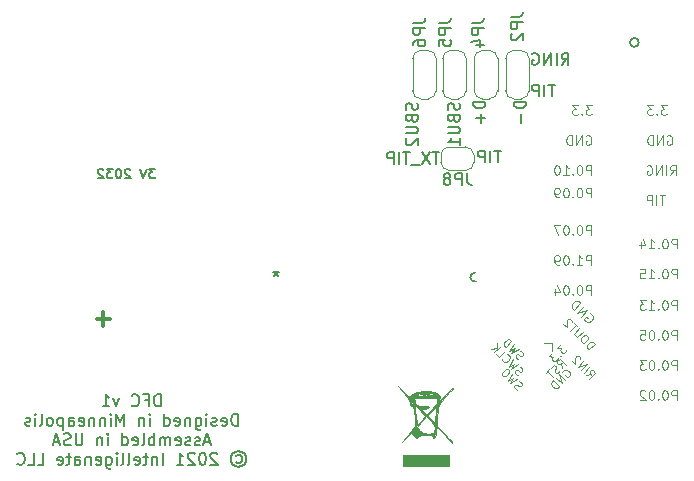
<source format=gbo>
G04 #@! TF.GenerationSoftware,KiCad,Pcbnew,(5.1.6-0-10_14)*
G04 #@! TF.CreationDate,2021-09-10T12:16:29-05:00*
G04 #@! TF.ProjectId,DFC_REV_D,4446435f-5245-4565-9f44-2e6b69636164,rev?*
G04 #@! TF.SameCoordinates,Original*
G04 #@! TF.FileFunction,Legend,Bot*
G04 #@! TF.FilePolarity,Positive*
%FSLAX46Y46*%
G04 Gerber Fmt 4.6, Leading zero omitted, Abs format (unit mm)*
G04 Created by KiCad (PCBNEW (5.1.6-0-10_14)) date 2021-09-10 12:16:29*
%MOMM*%
%LPD*%
G01*
G04 APERTURE LIST*
%ADD10C,0.300000*%
%ADD11C,0.100000*%
%ADD12C,0.150000*%
%ADD13C,0.120000*%
%ADD14C,0.010000*%
%ADD15C,0.152400*%
G04 APERTURE END LIST*
D10*
X135064428Y-104374142D02*
X133921571Y-104374142D01*
X134493000Y-104945571D02*
X134493000Y-103802714D01*
D11*
X173341974Y-108537859D02*
X173271264Y-108137165D01*
X173624817Y-108255016D02*
X173129842Y-107760042D01*
X172941280Y-107948603D01*
X172917710Y-108019314D01*
X172917710Y-108066455D01*
X172941280Y-108137165D01*
X173011991Y-108207876D01*
X173082702Y-108231446D01*
X173129842Y-108231446D01*
X173200553Y-108207876D01*
X173389115Y-108019314D01*
X173129842Y-108702851D02*
X173082702Y-108797132D01*
X172964851Y-108914983D01*
X172894140Y-108938553D01*
X172847000Y-108938553D01*
X172776289Y-108914983D01*
X172729148Y-108867842D01*
X172705578Y-108797132D01*
X172705578Y-108749991D01*
X172729148Y-108679280D01*
X172799859Y-108561429D01*
X172823429Y-108490719D01*
X172823429Y-108443578D01*
X172799859Y-108372867D01*
X172752719Y-108325727D01*
X172682008Y-108302157D01*
X172634867Y-108302157D01*
X172564157Y-108325727D01*
X172446306Y-108443578D01*
X172399165Y-108537859D01*
X172234174Y-108655710D02*
X171951331Y-108938553D01*
X172587727Y-109292106D02*
X172092752Y-108797132D01*
X173221487Y-106525397D02*
X172915074Y-106831810D01*
X173268627Y-106855380D01*
X173197917Y-106926091D01*
X173174346Y-106996801D01*
X173174346Y-107043942D01*
X173197917Y-107114653D01*
X173315768Y-107232504D01*
X173386478Y-107256074D01*
X173433619Y-107256074D01*
X173504330Y-107232504D01*
X173645751Y-107091082D01*
X173669321Y-107020372D01*
X173669321Y-106973231D01*
X173150776Y-107491776D02*
X173150776Y-107538917D01*
X173197917Y-107538917D01*
X173197917Y-107491776D01*
X173150776Y-107491776D01*
X173197917Y-107538917D01*
X172514380Y-107232504D02*
X172207967Y-107538917D01*
X172561521Y-107562487D01*
X172490810Y-107633198D01*
X172467240Y-107703908D01*
X172467240Y-107751049D01*
X172490810Y-107821759D01*
X172608661Y-107939610D01*
X172679372Y-107963181D01*
X172726512Y-107963181D01*
X172797223Y-107939610D01*
X172938644Y-107798189D01*
X172962214Y-107727478D01*
X172962214Y-107680338D01*
X169635404Y-107806098D02*
X169541123Y-107758957D01*
X169423272Y-107641106D01*
X169399702Y-107570396D01*
X169399702Y-107523255D01*
X169423272Y-107452544D01*
X169470412Y-107405404D01*
X169541123Y-107381834D01*
X169588264Y-107381834D01*
X169658974Y-107405404D01*
X169776825Y-107476115D01*
X169847536Y-107499685D01*
X169894677Y-107499685D01*
X169965387Y-107476115D01*
X170012528Y-107428974D01*
X170036098Y-107358264D01*
X170036098Y-107311123D01*
X170012528Y-107240412D01*
X169894677Y-107122561D01*
X169800396Y-107075421D01*
X169658974Y-106886859D02*
X169046148Y-107263983D01*
X169305421Y-106816148D01*
X168857587Y-107075421D01*
X169234710Y-106462595D01*
X168551174Y-106769008D02*
X169046148Y-106274033D01*
X168928297Y-106156182D01*
X168834016Y-106109042D01*
X168739735Y-106109042D01*
X168669025Y-106132612D01*
X168551174Y-106203322D01*
X168480463Y-106274033D01*
X168409752Y-106391884D01*
X168386182Y-106462595D01*
X168386182Y-106556876D01*
X168433322Y-106651157D01*
X168551174Y-106769008D01*
X169575238Y-109142932D02*
X169480957Y-109095792D01*
X169363106Y-108977941D01*
X169339536Y-108907230D01*
X169339536Y-108860089D01*
X169363106Y-108789379D01*
X169410247Y-108742238D01*
X169480957Y-108718668D01*
X169528098Y-108718668D01*
X169598809Y-108742238D01*
X169716660Y-108812949D01*
X169787370Y-108836519D01*
X169834511Y-108836519D01*
X169905221Y-108812949D01*
X169952362Y-108765809D01*
X169975932Y-108695098D01*
X169975932Y-108647957D01*
X169952362Y-108577247D01*
X169834511Y-108459396D01*
X169740230Y-108412255D01*
X169598809Y-108223693D02*
X168985983Y-108600817D01*
X169245255Y-108152983D01*
X168797421Y-108412255D01*
X169174544Y-107799429D01*
X168255306Y-107775859D02*
X168255306Y-107823000D01*
X168302446Y-107917280D01*
X168349587Y-107964421D01*
X168443867Y-108011561D01*
X168538148Y-108011561D01*
X168608859Y-107987991D01*
X168726710Y-107917280D01*
X168797421Y-107846570D01*
X168868132Y-107728719D01*
X168891702Y-107658008D01*
X168891702Y-107563727D01*
X168844561Y-107469446D01*
X168797421Y-107422306D01*
X168703140Y-107375165D01*
X168656000Y-107375165D01*
X167760331Y-107375165D02*
X167996033Y-107610867D01*
X168491008Y-107115893D01*
X167595339Y-107210174D02*
X168090314Y-106715199D01*
X167312497Y-106927331D02*
X167807471Y-106856620D01*
X167807471Y-106432356D02*
X167807471Y-106998042D01*
X169520189Y-110357883D02*
X169425908Y-110310743D01*
X169308057Y-110192891D01*
X169284487Y-110122181D01*
X169284487Y-110075040D01*
X169308057Y-110004330D01*
X169355198Y-109957189D01*
X169425908Y-109933619D01*
X169473049Y-109933619D01*
X169543759Y-109957189D01*
X169661610Y-110027900D01*
X169732321Y-110051470D01*
X169779462Y-110051470D01*
X169850172Y-110027900D01*
X169897313Y-109980759D01*
X169920883Y-109910049D01*
X169920883Y-109862908D01*
X169897313Y-109792198D01*
X169779462Y-109674346D01*
X169685181Y-109627206D01*
X169543759Y-109438644D02*
X168930933Y-109815768D01*
X169190206Y-109367933D01*
X168742372Y-109627206D01*
X169119495Y-109014380D01*
X168836653Y-108731537D02*
X168742372Y-108637256D01*
X168671661Y-108613686D01*
X168577380Y-108613686D01*
X168459529Y-108684397D01*
X168294537Y-108849389D01*
X168223827Y-108967240D01*
X168223827Y-109061521D01*
X168247397Y-109132231D01*
X168341678Y-109226512D01*
X168412389Y-109250082D01*
X168506669Y-109250082D01*
X168624521Y-109179372D01*
X168789512Y-109014380D01*
X168860223Y-108896529D01*
X168860223Y-108802248D01*
X168836653Y-108731537D01*
X173357636Y-108849389D02*
X173381206Y-108778678D01*
X173451917Y-108707967D01*
X173546198Y-108660827D01*
X173640478Y-108660827D01*
X173711189Y-108684397D01*
X173829040Y-108755108D01*
X173899751Y-108825818D01*
X173970462Y-108943669D01*
X173994032Y-109014380D01*
X173994032Y-109108661D01*
X173946891Y-109202942D01*
X173899751Y-109250082D01*
X173805470Y-109297223D01*
X173758330Y-109297223D01*
X173593338Y-109132231D01*
X173687619Y-109037950D01*
X173593338Y-109556495D02*
X173098363Y-109061521D01*
X173310495Y-109839338D01*
X172815521Y-109344363D01*
X173074793Y-110075040D02*
X172579818Y-109580066D01*
X172461967Y-109697917D01*
X172414827Y-109792198D01*
X172414827Y-109886478D01*
X172438397Y-109957189D01*
X172509108Y-110075040D01*
X172579818Y-110145751D01*
X172697669Y-110216462D01*
X172768380Y-110240032D01*
X172862661Y-110240032D01*
X172956942Y-110192891D01*
X173074793Y-110075040D01*
X183025857Y-111232904D02*
X183025857Y-110432904D01*
X182721095Y-110432904D01*
X182644904Y-110471000D01*
X182606809Y-110509095D01*
X182568714Y-110585285D01*
X182568714Y-110699571D01*
X182606809Y-110775761D01*
X182644904Y-110813857D01*
X182721095Y-110851952D01*
X183025857Y-110851952D01*
X182073476Y-110432904D02*
X181997285Y-110432904D01*
X181921095Y-110471000D01*
X181883000Y-110509095D01*
X181844904Y-110585285D01*
X181806809Y-110737666D01*
X181806809Y-110928142D01*
X181844904Y-111080523D01*
X181883000Y-111156714D01*
X181921095Y-111194809D01*
X181997285Y-111232904D01*
X182073476Y-111232904D01*
X182149666Y-111194809D01*
X182187761Y-111156714D01*
X182225857Y-111080523D01*
X182263952Y-110928142D01*
X182263952Y-110737666D01*
X182225857Y-110585285D01*
X182187761Y-110509095D01*
X182149666Y-110471000D01*
X182073476Y-110432904D01*
X181463952Y-111156714D02*
X181425857Y-111194809D01*
X181463952Y-111232904D01*
X181502047Y-111194809D01*
X181463952Y-111156714D01*
X181463952Y-111232904D01*
X180930619Y-110432904D02*
X180854428Y-110432904D01*
X180778238Y-110471000D01*
X180740142Y-110509095D01*
X180702047Y-110585285D01*
X180663952Y-110737666D01*
X180663952Y-110928142D01*
X180702047Y-111080523D01*
X180740142Y-111156714D01*
X180778238Y-111194809D01*
X180854428Y-111232904D01*
X180930619Y-111232904D01*
X181006809Y-111194809D01*
X181044904Y-111156714D01*
X181083000Y-111080523D01*
X181121095Y-110928142D01*
X181121095Y-110737666D01*
X181083000Y-110585285D01*
X181044904Y-110509095D01*
X181006809Y-110471000D01*
X180930619Y-110432904D01*
X180359190Y-110509095D02*
X180321095Y-110471000D01*
X180244904Y-110432904D01*
X180054428Y-110432904D01*
X179978238Y-110471000D01*
X179940142Y-110509095D01*
X179902047Y-110585285D01*
X179902047Y-110661476D01*
X179940142Y-110775761D01*
X180397285Y-111232904D01*
X179902047Y-111232904D01*
X183025857Y-108692904D02*
X183025857Y-107892904D01*
X182721095Y-107892904D01*
X182644904Y-107931000D01*
X182606809Y-107969095D01*
X182568714Y-108045285D01*
X182568714Y-108159571D01*
X182606809Y-108235761D01*
X182644904Y-108273857D01*
X182721095Y-108311952D01*
X183025857Y-108311952D01*
X182073476Y-107892904D02*
X181997285Y-107892904D01*
X181921095Y-107931000D01*
X181883000Y-107969095D01*
X181844904Y-108045285D01*
X181806809Y-108197666D01*
X181806809Y-108388142D01*
X181844904Y-108540523D01*
X181883000Y-108616714D01*
X181921095Y-108654809D01*
X181997285Y-108692904D01*
X182073476Y-108692904D01*
X182149666Y-108654809D01*
X182187761Y-108616714D01*
X182225857Y-108540523D01*
X182263952Y-108388142D01*
X182263952Y-108197666D01*
X182225857Y-108045285D01*
X182187761Y-107969095D01*
X182149666Y-107931000D01*
X182073476Y-107892904D01*
X181463952Y-108616714D02*
X181425857Y-108654809D01*
X181463952Y-108692904D01*
X181502047Y-108654809D01*
X181463952Y-108616714D01*
X181463952Y-108692904D01*
X180930619Y-107892904D02*
X180854428Y-107892904D01*
X180778238Y-107931000D01*
X180740142Y-107969095D01*
X180702047Y-108045285D01*
X180663952Y-108197666D01*
X180663952Y-108388142D01*
X180702047Y-108540523D01*
X180740142Y-108616714D01*
X180778238Y-108654809D01*
X180854428Y-108692904D01*
X180930619Y-108692904D01*
X181006809Y-108654809D01*
X181044904Y-108616714D01*
X181083000Y-108540523D01*
X181121095Y-108388142D01*
X181121095Y-108197666D01*
X181083000Y-108045285D01*
X181044904Y-107969095D01*
X181006809Y-107931000D01*
X180930619Y-107892904D01*
X180397285Y-107892904D02*
X179902047Y-107892904D01*
X180168714Y-108197666D01*
X180054428Y-108197666D01*
X179978238Y-108235761D01*
X179940142Y-108273857D01*
X179902047Y-108350047D01*
X179902047Y-108540523D01*
X179940142Y-108616714D01*
X179978238Y-108654809D01*
X180054428Y-108692904D01*
X180283000Y-108692904D01*
X180359190Y-108654809D01*
X180397285Y-108616714D01*
X183025857Y-106152904D02*
X183025857Y-105352904D01*
X182721095Y-105352904D01*
X182644904Y-105391000D01*
X182606809Y-105429095D01*
X182568714Y-105505285D01*
X182568714Y-105619571D01*
X182606809Y-105695761D01*
X182644904Y-105733857D01*
X182721095Y-105771952D01*
X183025857Y-105771952D01*
X182073476Y-105352904D02*
X181997285Y-105352904D01*
X181921095Y-105391000D01*
X181883000Y-105429095D01*
X181844904Y-105505285D01*
X181806809Y-105657666D01*
X181806809Y-105848142D01*
X181844904Y-106000523D01*
X181883000Y-106076714D01*
X181921095Y-106114809D01*
X181997285Y-106152904D01*
X182073476Y-106152904D01*
X182149666Y-106114809D01*
X182187761Y-106076714D01*
X182225857Y-106000523D01*
X182263952Y-105848142D01*
X182263952Y-105657666D01*
X182225857Y-105505285D01*
X182187761Y-105429095D01*
X182149666Y-105391000D01*
X182073476Y-105352904D01*
X181463952Y-106076714D02*
X181425857Y-106114809D01*
X181463952Y-106152904D01*
X181502047Y-106114809D01*
X181463952Y-106076714D01*
X181463952Y-106152904D01*
X180930619Y-105352904D02*
X180854428Y-105352904D01*
X180778238Y-105391000D01*
X180740142Y-105429095D01*
X180702047Y-105505285D01*
X180663952Y-105657666D01*
X180663952Y-105848142D01*
X180702047Y-106000523D01*
X180740142Y-106076714D01*
X180778238Y-106114809D01*
X180854428Y-106152904D01*
X180930619Y-106152904D01*
X181006809Y-106114809D01*
X181044904Y-106076714D01*
X181083000Y-106000523D01*
X181121095Y-105848142D01*
X181121095Y-105657666D01*
X181083000Y-105505285D01*
X181044904Y-105429095D01*
X181006809Y-105391000D01*
X180930619Y-105352904D01*
X179940142Y-105352904D02*
X180321095Y-105352904D01*
X180359190Y-105733857D01*
X180321095Y-105695761D01*
X180244904Y-105657666D01*
X180054428Y-105657666D01*
X179978238Y-105695761D01*
X179940142Y-105733857D01*
X179902047Y-105810047D01*
X179902047Y-106000523D01*
X179940142Y-106076714D01*
X179978238Y-106114809D01*
X180054428Y-106152904D01*
X180244904Y-106152904D01*
X180321095Y-106114809D01*
X180359190Y-106076714D01*
X183025857Y-103612904D02*
X183025857Y-102812904D01*
X182721095Y-102812904D01*
X182644904Y-102851000D01*
X182606809Y-102889095D01*
X182568714Y-102965285D01*
X182568714Y-103079571D01*
X182606809Y-103155761D01*
X182644904Y-103193857D01*
X182721095Y-103231952D01*
X183025857Y-103231952D01*
X182073476Y-102812904D02*
X181997285Y-102812904D01*
X181921095Y-102851000D01*
X181883000Y-102889095D01*
X181844904Y-102965285D01*
X181806809Y-103117666D01*
X181806809Y-103308142D01*
X181844904Y-103460523D01*
X181883000Y-103536714D01*
X181921095Y-103574809D01*
X181997285Y-103612904D01*
X182073476Y-103612904D01*
X182149666Y-103574809D01*
X182187761Y-103536714D01*
X182225857Y-103460523D01*
X182263952Y-103308142D01*
X182263952Y-103117666D01*
X182225857Y-102965285D01*
X182187761Y-102889095D01*
X182149666Y-102851000D01*
X182073476Y-102812904D01*
X181463952Y-103536714D02*
X181425857Y-103574809D01*
X181463952Y-103612904D01*
X181502047Y-103574809D01*
X181463952Y-103536714D01*
X181463952Y-103612904D01*
X180663952Y-103612904D02*
X181121095Y-103612904D01*
X180892523Y-103612904D02*
X180892523Y-102812904D01*
X180968714Y-102927190D01*
X181044904Y-103003380D01*
X181121095Y-103041476D01*
X180397285Y-102812904D02*
X179902047Y-102812904D01*
X180168714Y-103117666D01*
X180054428Y-103117666D01*
X179978238Y-103155761D01*
X179940142Y-103193857D01*
X179902047Y-103270047D01*
X179902047Y-103460523D01*
X179940142Y-103536714D01*
X179978238Y-103574809D01*
X180054428Y-103612904D01*
X180283000Y-103612904D01*
X180359190Y-103574809D01*
X180397285Y-103536714D01*
X183025857Y-100945904D02*
X183025857Y-100145904D01*
X182721095Y-100145904D01*
X182644904Y-100184000D01*
X182606809Y-100222095D01*
X182568714Y-100298285D01*
X182568714Y-100412571D01*
X182606809Y-100488761D01*
X182644904Y-100526857D01*
X182721095Y-100564952D01*
X183025857Y-100564952D01*
X182073476Y-100145904D02*
X181997285Y-100145904D01*
X181921095Y-100184000D01*
X181883000Y-100222095D01*
X181844904Y-100298285D01*
X181806809Y-100450666D01*
X181806809Y-100641142D01*
X181844904Y-100793523D01*
X181883000Y-100869714D01*
X181921095Y-100907809D01*
X181997285Y-100945904D01*
X182073476Y-100945904D01*
X182149666Y-100907809D01*
X182187761Y-100869714D01*
X182225857Y-100793523D01*
X182263952Y-100641142D01*
X182263952Y-100450666D01*
X182225857Y-100298285D01*
X182187761Y-100222095D01*
X182149666Y-100184000D01*
X182073476Y-100145904D01*
X181463952Y-100869714D02*
X181425857Y-100907809D01*
X181463952Y-100945904D01*
X181502047Y-100907809D01*
X181463952Y-100869714D01*
X181463952Y-100945904D01*
X180663952Y-100945904D02*
X181121095Y-100945904D01*
X180892523Y-100945904D02*
X180892523Y-100145904D01*
X180968714Y-100260190D01*
X181044904Y-100336380D01*
X181121095Y-100374476D01*
X179940142Y-100145904D02*
X180321095Y-100145904D01*
X180359190Y-100526857D01*
X180321095Y-100488761D01*
X180244904Y-100450666D01*
X180054428Y-100450666D01*
X179978238Y-100488761D01*
X179940142Y-100526857D01*
X179902047Y-100603047D01*
X179902047Y-100793523D01*
X179940142Y-100869714D01*
X179978238Y-100907809D01*
X180054428Y-100945904D01*
X180244904Y-100945904D01*
X180321095Y-100907809D01*
X180359190Y-100869714D01*
X183025857Y-98405904D02*
X183025857Y-97605904D01*
X182721095Y-97605904D01*
X182644904Y-97644000D01*
X182606809Y-97682095D01*
X182568714Y-97758285D01*
X182568714Y-97872571D01*
X182606809Y-97948761D01*
X182644904Y-97986857D01*
X182721095Y-98024952D01*
X183025857Y-98024952D01*
X182073476Y-97605904D02*
X181997285Y-97605904D01*
X181921095Y-97644000D01*
X181883000Y-97682095D01*
X181844904Y-97758285D01*
X181806809Y-97910666D01*
X181806809Y-98101142D01*
X181844904Y-98253523D01*
X181883000Y-98329714D01*
X181921095Y-98367809D01*
X181997285Y-98405904D01*
X182073476Y-98405904D01*
X182149666Y-98367809D01*
X182187761Y-98329714D01*
X182225857Y-98253523D01*
X182263952Y-98101142D01*
X182263952Y-97910666D01*
X182225857Y-97758285D01*
X182187761Y-97682095D01*
X182149666Y-97644000D01*
X182073476Y-97605904D01*
X181463952Y-98329714D02*
X181425857Y-98367809D01*
X181463952Y-98405904D01*
X181502047Y-98367809D01*
X181463952Y-98329714D01*
X181463952Y-98405904D01*
X180663952Y-98405904D02*
X181121095Y-98405904D01*
X180892523Y-98405904D02*
X180892523Y-97605904D01*
X180968714Y-97720190D01*
X181044904Y-97796380D01*
X181121095Y-97834476D01*
X179978238Y-97872571D02*
X179978238Y-98405904D01*
X180168714Y-97567809D02*
X180359190Y-98139238D01*
X179863952Y-98139238D01*
X182048047Y-93922904D02*
X181590904Y-93922904D01*
X181819476Y-94722904D02*
X181819476Y-93922904D01*
X181324238Y-94722904D02*
X181324238Y-93922904D01*
X180943285Y-94722904D02*
X180943285Y-93922904D01*
X180638523Y-93922904D01*
X180562333Y-93961000D01*
X180524238Y-93999095D01*
X180486142Y-94075285D01*
X180486142Y-94189571D01*
X180524238Y-94265761D01*
X180562333Y-94303857D01*
X180638523Y-94341952D01*
X180943285Y-94341952D01*
X175368702Y-109141536D02*
X175769396Y-109070825D01*
X175651544Y-109424379D02*
X176146519Y-108929404D01*
X175957957Y-108740842D01*
X175887247Y-108717272D01*
X175840106Y-108717272D01*
X175769396Y-108740842D01*
X175698685Y-108811553D01*
X175675115Y-108882264D01*
X175675115Y-108929404D01*
X175698685Y-109000115D01*
X175887247Y-109188677D01*
X175156570Y-108929404D02*
X175651544Y-108434429D01*
X174920867Y-108693702D02*
X175415842Y-108198727D01*
X174638025Y-108410859D01*
X175133000Y-107915884D01*
X174873727Y-107750893D02*
X174873727Y-107703752D01*
X174850157Y-107633042D01*
X174732306Y-107515190D01*
X174661595Y-107491620D01*
X174614455Y-107491620D01*
X174543744Y-107515190D01*
X174496603Y-107562331D01*
X174449463Y-107656612D01*
X174449463Y-108222297D01*
X174143050Y-107915884D01*
X175600528Y-106960362D02*
X176095502Y-106465387D01*
X175977651Y-106347536D01*
X175883370Y-106300396D01*
X175789089Y-106300396D01*
X175718379Y-106323966D01*
X175600528Y-106394677D01*
X175529817Y-106465387D01*
X175459106Y-106583238D01*
X175435536Y-106653949D01*
X175435536Y-106748230D01*
X175482677Y-106842511D01*
X175600528Y-106960362D01*
X175506247Y-105876132D02*
X175411966Y-105781851D01*
X175341255Y-105758280D01*
X175246974Y-105758280D01*
X175129123Y-105828991D01*
X174964132Y-105993983D01*
X174893421Y-106111834D01*
X174893421Y-106206115D01*
X174916991Y-106276825D01*
X175011272Y-106371106D01*
X175081983Y-106394677D01*
X175176264Y-106394677D01*
X175294115Y-106323966D01*
X175459106Y-106158974D01*
X175529817Y-106041123D01*
X175529817Y-105946842D01*
X175506247Y-105876132D01*
X175081983Y-105451867D02*
X174681289Y-105852561D01*
X174610578Y-105876132D01*
X174563438Y-105876132D01*
X174492727Y-105852561D01*
X174398446Y-105758280D01*
X174374876Y-105687570D01*
X174374876Y-105640429D01*
X174398446Y-105569719D01*
X174799140Y-105169025D01*
X174634148Y-105004033D02*
X174351306Y-104721190D01*
X173997752Y-105357587D02*
X174492727Y-104862612D01*
X174162744Y-104626910D02*
X174162744Y-104579769D01*
X174139174Y-104509058D01*
X174021322Y-104391207D01*
X173950612Y-104367637D01*
X173903471Y-104367637D01*
X173832761Y-104391207D01*
X173785620Y-104438348D01*
X173738480Y-104532629D01*
X173738480Y-105098314D01*
X173432067Y-104791901D01*
X175719841Y-103907155D02*
X175800653Y-103934093D01*
X175881465Y-104014905D01*
X175935340Y-104122654D01*
X175935340Y-104230404D01*
X175908402Y-104311216D01*
X175827590Y-104445903D01*
X175746778Y-104526715D01*
X175612091Y-104607528D01*
X175531279Y-104634465D01*
X175423529Y-104634465D01*
X175315780Y-104580590D01*
X175261905Y-104526715D01*
X175208030Y-104418966D01*
X175208030Y-104365091D01*
X175396592Y-104176529D01*
X175504341Y-104284279D01*
X174911719Y-104176529D02*
X175477404Y-103610844D01*
X174588470Y-103853280D01*
X175154155Y-103287595D01*
X174319096Y-103583906D02*
X174884781Y-103018221D01*
X174750094Y-102883534D01*
X174642345Y-102829659D01*
X174534595Y-102829659D01*
X174453783Y-102856597D01*
X174319096Y-102937409D01*
X174238284Y-103018221D01*
X174157471Y-103152908D01*
X174130534Y-103233720D01*
X174130534Y-103341470D01*
X174184409Y-103449219D01*
X174319096Y-103583906D01*
X175786857Y-102342904D02*
X175786857Y-101542904D01*
X175482095Y-101542904D01*
X175405904Y-101581000D01*
X175367809Y-101619095D01*
X175329714Y-101695285D01*
X175329714Y-101809571D01*
X175367809Y-101885761D01*
X175405904Y-101923857D01*
X175482095Y-101961952D01*
X175786857Y-101961952D01*
X174834476Y-101542904D02*
X174758285Y-101542904D01*
X174682095Y-101581000D01*
X174644000Y-101619095D01*
X174605904Y-101695285D01*
X174567809Y-101847666D01*
X174567809Y-102038142D01*
X174605904Y-102190523D01*
X174644000Y-102266714D01*
X174682095Y-102304809D01*
X174758285Y-102342904D01*
X174834476Y-102342904D01*
X174910666Y-102304809D01*
X174948761Y-102266714D01*
X174986857Y-102190523D01*
X175024952Y-102038142D01*
X175024952Y-101847666D01*
X174986857Y-101695285D01*
X174948761Y-101619095D01*
X174910666Y-101581000D01*
X174834476Y-101542904D01*
X174224952Y-102266714D02*
X174186857Y-102304809D01*
X174224952Y-102342904D01*
X174263047Y-102304809D01*
X174224952Y-102266714D01*
X174224952Y-102342904D01*
X173691619Y-101542904D02*
X173615428Y-101542904D01*
X173539238Y-101581000D01*
X173501142Y-101619095D01*
X173463047Y-101695285D01*
X173424952Y-101847666D01*
X173424952Y-102038142D01*
X173463047Y-102190523D01*
X173501142Y-102266714D01*
X173539238Y-102304809D01*
X173615428Y-102342904D01*
X173691619Y-102342904D01*
X173767809Y-102304809D01*
X173805904Y-102266714D01*
X173844000Y-102190523D01*
X173882095Y-102038142D01*
X173882095Y-101847666D01*
X173844000Y-101695285D01*
X173805904Y-101619095D01*
X173767809Y-101581000D01*
X173691619Y-101542904D01*
X172739238Y-101809571D02*
X172739238Y-102342904D01*
X172929714Y-101504809D02*
X173120190Y-102076238D01*
X172624952Y-102076238D01*
X175786857Y-99802904D02*
X175786857Y-99002904D01*
X175482095Y-99002904D01*
X175405904Y-99041000D01*
X175367809Y-99079095D01*
X175329714Y-99155285D01*
X175329714Y-99269571D01*
X175367809Y-99345761D01*
X175405904Y-99383857D01*
X175482095Y-99421952D01*
X175786857Y-99421952D01*
X174567809Y-99802904D02*
X175024952Y-99802904D01*
X174796380Y-99802904D02*
X174796380Y-99002904D01*
X174872571Y-99117190D01*
X174948761Y-99193380D01*
X175024952Y-99231476D01*
X174224952Y-99726714D02*
X174186857Y-99764809D01*
X174224952Y-99802904D01*
X174263047Y-99764809D01*
X174224952Y-99726714D01*
X174224952Y-99802904D01*
X173691619Y-99002904D02*
X173615428Y-99002904D01*
X173539238Y-99041000D01*
X173501142Y-99079095D01*
X173463047Y-99155285D01*
X173424952Y-99307666D01*
X173424952Y-99498142D01*
X173463047Y-99650523D01*
X173501142Y-99726714D01*
X173539238Y-99764809D01*
X173615428Y-99802904D01*
X173691619Y-99802904D01*
X173767809Y-99764809D01*
X173805904Y-99726714D01*
X173844000Y-99650523D01*
X173882095Y-99498142D01*
X173882095Y-99307666D01*
X173844000Y-99155285D01*
X173805904Y-99079095D01*
X173767809Y-99041000D01*
X173691619Y-99002904D01*
X173044000Y-99802904D02*
X172891619Y-99802904D01*
X172815428Y-99764809D01*
X172777333Y-99726714D01*
X172701142Y-99612428D01*
X172663047Y-99460047D01*
X172663047Y-99155285D01*
X172701142Y-99079095D01*
X172739238Y-99041000D01*
X172815428Y-99002904D01*
X172967809Y-99002904D01*
X173044000Y-99041000D01*
X173082095Y-99079095D01*
X173120190Y-99155285D01*
X173120190Y-99345761D01*
X173082095Y-99421952D01*
X173044000Y-99460047D01*
X172967809Y-99498142D01*
X172815428Y-99498142D01*
X172739238Y-99460047D01*
X172701142Y-99421952D01*
X172663047Y-99345761D01*
X175786857Y-97262904D02*
X175786857Y-96462904D01*
X175482095Y-96462904D01*
X175405904Y-96501000D01*
X175367809Y-96539095D01*
X175329714Y-96615285D01*
X175329714Y-96729571D01*
X175367809Y-96805761D01*
X175405904Y-96843857D01*
X175482095Y-96881952D01*
X175786857Y-96881952D01*
X174834476Y-96462904D02*
X174758285Y-96462904D01*
X174682095Y-96501000D01*
X174644000Y-96539095D01*
X174605904Y-96615285D01*
X174567809Y-96767666D01*
X174567809Y-96958142D01*
X174605904Y-97110523D01*
X174644000Y-97186714D01*
X174682095Y-97224809D01*
X174758285Y-97262904D01*
X174834476Y-97262904D01*
X174910666Y-97224809D01*
X174948761Y-97186714D01*
X174986857Y-97110523D01*
X175024952Y-96958142D01*
X175024952Y-96767666D01*
X174986857Y-96615285D01*
X174948761Y-96539095D01*
X174910666Y-96501000D01*
X174834476Y-96462904D01*
X174224952Y-97186714D02*
X174186857Y-97224809D01*
X174224952Y-97262904D01*
X174263047Y-97224809D01*
X174224952Y-97186714D01*
X174224952Y-97262904D01*
X173691619Y-96462904D02*
X173615428Y-96462904D01*
X173539238Y-96501000D01*
X173501142Y-96539095D01*
X173463047Y-96615285D01*
X173424952Y-96767666D01*
X173424952Y-96958142D01*
X173463047Y-97110523D01*
X173501142Y-97186714D01*
X173539238Y-97224809D01*
X173615428Y-97262904D01*
X173691619Y-97262904D01*
X173767809Y-97224809D01*
X173805904Y-97186714D01*
X173844000Y-97110523D01*
X173882095Y-96958142D01*
X173882095Y-96767666D01*
X173844000Y-96615285D01*
X173805904Y-96539095D01*
X173767809Y-96501000D01*
X173691619Y-96462904D01*
X173158285Y-96462904D02*
X172624952Y-96462904D01*
X172967809Y-97262904D01*
X175786857Y-94087904D02*
X175786857Y-93287904D01*
X175482095Y-93287904D01*
X175405904Y-93326000D01*
X175367809Y-93364095D01*
X175329714Y-93440285D01*
X175329714Y-93554571D01*
X175367809Y-93630761D01*
X175405904Y-93668857D01*
X175482095Y-93706952D01*
X175786857Y-93706952D01*
X174834476Y-93287904D02*
X174758285Y-93287904D01*
X174682095Y-93326000D01*
X174644000Y-93364095D01*
X174605904Y-93440285D01*
X174567809Y-93592666D01*
X174567809Y-93783142D01*
X174605904Y-93935523D01*
X174644000Y-94011714D01*
X174682095Y-94049809D01*
X174758285Y-94087904D01*
X174834476Y-94087904D01*
X174910666Y-94049809D01*
X174948761Y-94011714D01*
X174986857Y-93935523D01*
X175024952Y-93783142D01*
X175024952Y-93592666D01*
X174986857Y-93440285D01*
X174948761Y-93364095D01*
X174910666Y-93326000D01*
X174834476Y-93287904D01*
X174224952Y-94011714D02*
X174186857Y-94049809D01*
X174224952Y-94087904D01*
X174263047Y-94049809D01*
X174224952Y-94011714D01*
X174224952Y-94087904D01*
X173691619Y-93287904D02*
X173615428Y-93287904D01*
X173539238Y-93326000D01*
X173501142Y-93364095D01*
X173463047Y-93440285D01*
X173424952Y-93592666D01*
X173424952Y-93783142D01*
X173463047Y-93935523D01*
X173501142Y-94011714D01*
X173539238Y-94049809D01*
X173615428Y-94087904D01*
X173691619Y-94087904D01*
X173767809Y-94049809D01*
X173805904Y-94011714D01*
X173844000Y-93935523D01*
X173882095Y-93783142D01*
X173882095Y-93592666D01*
X173844000Y-93440285D01*
X173805904Y-93364095D01*
X173767809Y-93326000D01*
X173691619Y-93287904D01*
X173044000Y-94087904D02*
X172891619Y-94087904D01*
X172815428Y-94049809D01*
X172777333Y-94011714D01*
X172701142Y-93897428D01*
X172663047Y-93745047D01*
X172663047Y-93440285D01*
X172701142Y-93364095D01*
X172739238Y-93326000D01*
X172815428Y-93287904D01*
X172967809Y-93287904D01*
X173044000Y-93326000D01*
X173082095Y-93364095D01*
X173120190Y-93440285D01*
X173120190Y-93630761D01*
X173082095Y-93706952D01*
X173044000Y-93745047D01*
X172967809Y-93783142D01*
X172815428Y-93783142D01*
X172739238Y-93745047D01*
X172701142Y-93706952D01*
X172663047Y-93630761D01*
X175786857Y-92182904D02*
X175786857Y-91382904D01*
X175482095Y-91382904D01*
X175405904Y-91421000D01*
X175367809Y-91459095D01*
X175329714Y-91535285D01*
X175329714Y-91649571D01*
X175367809Y-91725761D01*
X175405904Y-91763857D01*
X175482095Y-91801952D01*
X175786857Y-91801952D01*
X174834476Y-91382904D02*
X174758285Y-91382904D01*
X174682095Y-91421000D01*
X174644000Y-91459095D01*
X174605904Y-91535285D01*
X174567809Y-91687666D01*
X174567809Y-91878142D01*
X174605904Y-92030523D01*
X174644000Y-92106714D01*
X174682095Y-92144809D01*
X174758285Y-92182904D01*
X174834476Y-92182904D01*
X174910666Y-92144809D01*
X174948761Y-92106714D01*
X174986857Y-92030523D01*
X175024952Y-91878142D01*
X175024952Y-91687666D01*
X174986857Y-91535285D01*
X174948761Y-91459095D01*
X174910666Y-91421000D01*
X174834476Y-91382904D01*
X174224952Y-92106714D02*
X174186857Y-92144809D01*
X174224952Y-92182904D01*
X174263047Y-92144809D01*
X174224952Y-92106714D01*
X174224952Y-92182904D01*
X173424952Y-92182904D02*
X173882095Y-92182904D01*
X173653523Y-92182904D02*
X173653523Y-91382904D01*
X173729714Y-91497190D01*
X173805904Y-91573380D01*
X173882095Y-91611476D01*
X172929714Y-91382904D02*
X172853523Y-91382904D01*
X172777333Y-91421000D01*
X172739238Y-91459095D01*
X172701142Y-91535285D01*
X172663047Y-91687666D01*
X172663047Y-91878142D01*
X172701142Y-92030523D01*
X172739238Y-92106714D01*
X172777333Y-92144809D01*
X172853523Y-92182904D01*
X172929714Y-92182904D01*
X173005904Y-92144809D01*
X173044000Y-92106714D01*
X173082095Y-92030523D01*
X173120190Y-91878142D01*
X173120190Y-91687666D01*
X173082095Y-91535285D01*
X173044000Y-91459095D01*
X173005904Y-91421000D01*
X172929714Y-91382904D01*
X182498904Y-92182904D02*
X182765571Y-91801952D01*
X182956047Y-92182904D02*
X182956047Y-91382904D01*
X182651285Y-91382904D01*
X182575095Y-91421000D01*
X182537000Y-91459095D01*
X182498904Y-91535285D01*
X182498904Y-91649571D01*
X182537000Y-91725761D01*
X182575095Y-91763857D01*
X182651285Y-91801952D01*
X182956047Y-91801952D01*
X182156047Y-92182904D02*
X182156047Y-91382904D01*
X181775095Y-92182904D02*
X181775095Y-91382904D01*
X181317952Y-92182904D01*
X181317952Y-91382904D01*
X180517952Y-91421000D02*
X180594142Y-91382904D01*
X180708428Y-91382904D01*
X180822714Y-91421000D01*
X180898904Y-91497190D01*
X180937000Y-91573380D01*
X180975095Y-91725761D01*
X180975095Y-91840047D01*
X180937000Y-91992428D01*
X180898904Y-92068619D01*
X180822714Y-92144809D01*
X180708428Y-92182904D01*
X180632238Y-92182904D01*
X180517952Y-92144809D01*
X180479857Y-92106714D01*
X180479857Y-91840047D01*
X180632238Y-91840047D01*
X182219523Y-88881000D02*
X182295714Y-88842904D01*
X182410000Y-88842904D01*
X182524285Y-88881000D01*
X182600476Y-88957190D01*
X182638571Y-89033380D01*
X182676666Y-89185761D01*
X182676666Y-89300047D01*
X182638571Y-89452428D01*
X182600476Y-89528619D01*
X182524285Y-89604809D01*
X182410000Y-89642904D01*
X182333809Y-89642904D01*
X182219523Y-89604809D01*
X182181428Y-89566714D01*
X182181428Y-89300047D01*
X182333809Y-89300047D01*
X181838571Y-89642904D02*
X181838571Y-88842904D01*
X181381428Y-89642904D01*
X181381428Y-88842904D01*
X181000476Y-89642904D02*
X181000476Y-88842904D01*
X180810000Y-88842904D01*
X180695714Y-88881000D01*
X180619523Y-88957190D01*
X180581428Y-89033380D01*
X180543333Y-89185761D01*
X180543333Y-89300047D01*
X180581428Y-89452428D01*
X180619523Y-89528619D01*
X180695714Y-89604809D01*
X180810000Y-89642904D01*
X181000476Y-89642904D01*
X175361523Y-88881000D02*
X175437714Y-88842904D01*
X175552000Y-88842904D01*
X175666285Y-88881000D01*
X175742476Y-88957190D01*
X175780571Y-89033380D01*
X175818666Y-89185761D01*
X175818666Y-89300047D01*
X175780571Y-89452428D01*
X175742476Y-89528619D01*
X175666285Y-89604809D01*
X175552000Y-89642904D01*
X175475809Y-89642904D01*
X175361523Y-89604809D01*
X175323428Y-89566714D01*
X175323428Y-89300047D01*
X175475809Y-89300047D01*
X174980571Y-89642904D02*
X174980571Y-88842904D01*
X174523428Y-89642904D01*
X174523428Y-88842904D01*
X174142476Y-89642904D02*
X174142476Y-88842904D01*
X173952000Y-88842904D01*
X173837714Y-88881000D01*
X173761523Y-88957190D01*
X173723428Y-89033380D01*
X173685333Y-89185761D01*
X173685333Y-89300047D01*
X173723428Y-89452428D01*
X173761523Y-89528619D01*
X173837714Y-89604809D01*
X173952000Y-89642904D01*
X174142476Y-89642904D01*
X182194095Y-86302904D02*
X181698857Y-86302904D01*
X181965523Y-86607666D01*
X181851238Y-86607666D01*
X181775047Y-86645761D01*
X181736952Y-86683857D01*
X181698857Y-86760047D01*
X181698857Y-86950523D01*
X181736952Y-87026714D01*
X181775047Y-87064809D01*
X181851238Y-87102904D01*
X182079809Y-87102904D01*
X182156000Y-87064809D01*
X182194095Y-87026714D01*
X181356000Y-87026714D02*
X181317904Y-87064809D01*
X181356000Y-87102904D01*
X181394095Y-87064809D01*
X181356000Y-87026714D01*
X181356000Y-87102904D01*
X181051238Y-86302904D02*
X180556000Y-86302904D01*
X180822666Y-86607666D01*
X180708380Y-86607666D01*
X180632190Y-86645761D01*
X180594095Y-86683857D01*
X180556000Y-86760047D01*
X180556000Y-86950523D01*
X180594095Y-87026714D01*
X180632190Y-87064809D01*
X180708380Y-87102904D01*
X180936952Y-87102904D01*
X181013142Y-87064809D01*
X181051238Y-87026714D01*
X175844095Y-86302904D02*
X175348857Y-86302904D01*
X175615523Y-86607666D01*
X175501238Y-86607666D01*
X175425047Y-86645761D01*
X175386952Y-86683857D01*
X175348857Y-86760047D01*
X175348857Y-86950523D01*
X175386952Y-87026714D01*
X175425047Y-87064809D01*
X175501238Y-87102904D01*
X175729809Y-87102904D01*
X175806000Y-87064809D01*
X175844095Y-87026714D01*
X175006000Y-87026714D02*
X174967904Y-87064809D01*
X175006000Y-87102904D01*
X175044095Y-87064809D01*
X175006000Y-87026714D01*
X175006000Y-87102904D01*
X174701238Y-86302904D02*
X174206000Y-86302904D01*
X174472666Y-86607666D01*
X174358380Y-86607666D01*
X174282190Y-86645761D01*
X174244095Y-86683857D01*
X174206000Y-86760047D01*
X174206000Y-86950523D01*
X174244095Y-87026714D01*
X174282190Y-87064809D01*
X174358380Y-87102904D01*
X174586952Y-87102904D01*
X174663142Y-87064809D01*
X174701238Y-87026714D01*
D12*
X139334571Y-111769380D02*
X139334571Y-110769380D01*
X139096476Y-110769380D01*
X138953619Y-110817000D01*
X138858380Y-110912238D01*
X138810761Y-111007476D01*
X138763142Y-111197952D01*
X138763142Y-111340809D01*
X138810761Y-111531285D01*
X138858380Y-111626523D01*
X138953619Y-111721761D01*
X139096476Y-111769380D01*
X139334571Y-111769380D01*
X138001238Y-111245571D02*
X138334571Y-111245571D01*
X138334571Y-111769380D02*
X138334571Y-110769380D01*
X137858380Y-110769380D01*
X136906000Y-111674142D02*
X136953619Y-111721761D01*
X137096476Y-111769380D01*
X137191714Y-111769380D01*
X137334571Y-111721761D01*
X137429809Y-111626523D01*
X137477428Y-111531285D01*
X137525047Y-111340809D01*
X137525047Y-111197952D01*
X137477428Y-111007476D01*
X137429809Y-110912238D01*
X137334571Y-110817000D01*
X137191714Y-110769380D01*
X137096476Y-110769380D01*
X136953619Y-110817000D01*
X136906000Y-110864619D01*
X135810761Y-111102714D02*
X135572666Y-111769380D01*
X135334571Y-111102714D01*
X134429809Y-111769380D02*
X135001238Y-111769380D01*
X134715523Y-111769380D02*
X134715523Y-110769380D01*
X134810761Y-110912238D01*
X134906000Y-111007476D01*
X135001238Y-111055095D01*
X145882190Y-113419380D02*
X145882190Y-112419380D01*
X145644095Y-112419380D01*
X145501238Y-112467000D01*
X145406000Y-112562238D01*
X145358380Y-112657476D01*
X145310761Y-112847952D01*
X145310761Y-112990809D01*
X145358380Y-113181285D01*
X145406000Y-113276523D01*
X145501238Y-113371761D01*
X145644095Y-113419380D01*
X145882190Y-113419380D01*
X144501238Y-113371761D02*
X144596476Y-113419380D01*
X144786952Y-113419380D01*
X144882190Y-113371761D01*
X144929809Y-113276523D01*
X144929809Y-112895571D01*
X144882190Y-112800333D01*
X144786952Y-112752714D01*
X144596476Y-112752714D01*
X144501238Y-112800333D01*
X144453619Y-112895571D01*
X144453619Y-112990809D01*
X144929809Y-113086047D01*
X144072666Y-113371761D02*
X143977428Y-113419380D01*
X143786952Y-113419380D01*
X143691714Y-113371761D01*
X143644095Y-113276523D01*
X143644095Y-113228904D01*
X143691714Y-113133666D01*
X143786952Y-113086047D01*
X143929809Y-113086047D01*
X144025047Y-113038428D01*
X144072666Y-112943190D01*
X144072666Y-112895571D01*
X144025047Y-112800333D01*
X143929809Y-112752714D01*
X143786952Y-112752714D01*
X143691714Y-112800333D01*
X143215523Y-113419380D02*
X143215523Y-112752714D01*
X143215523Y-112419380D02*
X143263142Y-112467000D01*
X143215523Y-112514619D01*
X143167904Y-112467000D01*
X143215523Y-112419380D01*
X143215523Y-112514619D01*
X142310761Y-112752714D02*
X142310761Y-113562238D01*
X142358380Y-113657476D01*
X142406000Y-113705095D01*
X142501238Y-113752714D01*
X142644095Y-113752714D01*
X142739333Y-113705095D01*
X142310761Y-113371761D02*
X142406000Y-113419380D01*
X142596476Y-113419380D01*
X142691714Y-113371761D01*
X142739333Y-113324142D01*
X142786952Y-113228904D01*
X142786952Y-112943190D01*
X142739333Y-112847952D01*
X142691714Y-112800333D01*
X142596476Y-112752714D01*
X142406000Y-112752714D01*
X142310761Y-112800333D01*
X141834571Y-112752714D02*
X141834571Y-113419380D01*
X141834571Y-112847952D02*
X141786952Y-112800333D01*
X141691714Y-112752714D01*
X141548857Y-112752714D01*
X141453619Y-112800333D01*
X141406000Y-112895571D01*
X141406000Y-113419380D01*
X140548857Y-113371761D02*
X140644095Y-113419380D01*
X140834571Y-113419380D01*
X140929809Y-113371761D01*
X140977428Y-113276523D01*
X140977428Y-112895571D01*
X140929809Y-112800333D01*
X140834571Y-112752714D01*
X140644095Y-112752714D01*
X140548857Y-112800333D01*
X140501238Y-112895571D01*
X140501238Y-112990809D01*
X140977428Y-113086047D01*
X139644095Y-113419380D02*
X139644095Y-112419380D01*
X139644095Y-113371761D02*
X139739333Y-113419380D01*
X139929809Y-113419380D01*
X140025047Y-113371761D01*
X140072666Y-113324142D01*
X140120285Y-113228904D01*
X140120285Y-112943190D01*
X140072666Y-112847952D01*
X140025047Y-112800333D01*
X139929809Y-112752714D01*
X139739333Y-112752714D01*
X139644095Y-112800333D01*
X138406000Y-113419380D02*
X138406000Y-112752714D01*
X138406000Y-112419380D02*
X138453619Y-112467000D01*
X138406000Y-112514619D01*
X138358380Y-112467000D01*
X138406000Y-112419380D01*
X138406000Y-112514619D01*
X137929809Y-112752714D02*
X137929809Y-113419380D01*
X137929809Y-112847952D02*
X137882190Y-112800333D01*
X137786952Y-112752714D01*
X137644095Y-112752714D01*
X137548857Y-112800333D01*
X137501238Y-112895571D01*
X137501238Y-113419380D01*
X136263142Y-113419380D02*
X136263142Y-112419380D01*
X135929809Y-113133666D01*
X135596476Y-112419380D01*
X135596476Y-113419380D01*
X135120285Y-113419380D02*
X135120285Y-112752714D01*
X135120285Y-112419380D02*
X135167904Y-112467000D01*
X135120285Y-112514619D01*
X135072666Y-112467000D01*
X135120285Y-112419380D01*
X135120285Y-112514619D01*
X134644095Y-112752714D02*
X134644095Y-113419380D01*
X134644095Y-112847952D02*
X134596476Y-112800333D01*
X134501238Y-112752714D01*
X134358380Y-112752714D01*
X134263142Y-112800333D01*
X134215523Y-112895571D01*
X134215523Y-113419380D01*
X133739333Y-112752714D02*
X133739333Y-113419380D01*
X133739333Y-112847952D02*
X133691714Y-112800333D01*
X133596476Y-112752714D01*
X133453619Y-112752714D01*
X133358380Y-112800333D01*
X133310761Y-112895571D01*
X133310761Y-113419380D01*
X132453619Y-113371761D02*
X132548857Y-113419380D01*
X132739333Y-113419380D01*
X132834571Y-113371761D01*
X132882190Y-113276523D01*
X132882190Y-112895571D01*
X132834571Y-112800333D01*
X132739333Y-112752714D01*
X132548857Y-112752714D01*
X132453619Y-112800333D01*
X132406000Y-112895571D01*
X132406000Y-112990809D01*
X132882190Y-113086047D01*
X131548857Y-113419380D02*
X131548857Y-112895571D01*
X131596476Y-112800333D01*
X131691714Y-112752714D01*
X131882190Y-112752714D01*
X131977428Y-112800333D01*
X131548857Y-113371761D02*
X131644095Y-113419380D01*
X131882190Y-113419380D01*
X131977428Y-113371761D01*
X132025047Y-113276523D01*
X132025047Y-113181285D01*
X131977428Y-113086047D01*
X131882190Y-113038428D01*
X131644095Y-113038428D01*
X131548857Y-112990809D01*
X131072666Y-112752714D02*
X131072666Y-113752714D01*
X131072666Y-112800333D02*
X130977428Y-112752714D01*
X130786952Y-112752714D01*
X130691714Y-112800333D01*
X130644095Y-112847952D01*
X130596476Y-112943190D01*
X130596476Y-113228904D01*
X130644095Y-113324142D01*
X130691714Y-113371761D01*
X130786952Y-113419380D01*
X130977428Y-113419380D01*
X131072666Y-113371761D01*
X130025047Y-113419380D02*
X130120285Y-113371761D01*
X130167904Y-113324142D01*
X130215523Y-113228904D01*
X130215523Y-112943190D01*
X130167904Y-112847952D01*
X130120285Y-112800333D01*
X130025047Y-112752714D01*
X129882190Y-112752714D01*
X129786952Y-112800333D01*
X129739333Y-112847952D01*
X129691714Y-112943190D01*
X129691714Y-113228904D01*
X129739333Y-113324142D01*
X129786952Y-113371761D01*
X129882190Y-113419380D01*
X130025047Y-113419380D01*
X129120285Y-113419380D02*
X129215523Y-113371761D01*
X129263142Y-113276523D01*
X129263142Y-112419380D01*
X128739333Y-113419380D02*
X128739333Y-112752714D01*
X128739333Y-112419380D02*
X128786952Y-112467000D01*
X128739333Y-112514619D01*
X128691714Y-112467000D01*
X128739333Y-112419380D01*
X128739333Y-112514619D01*
X128310761Y-113371761D02*
X128215523Y-113419380D01*
X128025047Y-113419380D01*
X127929809Y-113371761D01*
X127882190Y-113276523D01*
X127882190Y-113228904D01*
X127929809Y-113133666D01*
X128025047Y-113086047D01*
X128167904Y-113086047D01*
X128263142Y-113038428D01*
X128310761Y-112943190D01*
X128310761Y-112895571D01*
X128263142Y-112800333D01*
X128167904Y-112752714D01*
X128025047Y-112752714D01*
X127929809Y-112800333D01*
X143525047Y-114783666D02*
X143048857Y-114783666D01*
X143620285Y-115069380D02*
X143286952Y-114069380D01*
X142953619Y-115069380D01*
X142667904Y-115021761D02*
X142572666Y-115069380D01*
X142382190Y-115069380D01*
X142286952Y-115021761D01*
X142239333Y-114926523D01*
X142239333Y-114878904D01*
X142286952Y-114783666D01*
X142382190Y-114736047D01*
X142525047Y-114736047D01*
X142620285Y-114688428D01*
X142667904Y-114593190D01*
X142667904Y-114545571D01*
X142620285Y-114450333D01*
X142525047Y-114402714D01*
X142382190Y-114402714D01*
X142286952Y-114450333D01*
X141858380Y-115021761D02*
X141763142Y-115069380D01*
X141572666Y-115069380D01*
X141477428Y-115021761D01*
X141429809Y-114926523D01*
X141429809Y-114878904D01*
X141477428Y-114783666D01*
X141572666Y-114736047D01*
X141715523Y-114736047D01*
X141810761Y-114688428D01*
X141858380Y-114593190D01*
X141858380Y-114545571D01*
X141810761Y-114450333D01*
X141715523Y-114402714D01*
X141572666Y-114402714D01*
X141477428Y-114450333D01*
X140620285Y-115021761D02*
X140715523Y-115069380D01*
X140906000Y-115069380D01*
X141001238Y-115021761D01*
X141048857Y-114926523D01*
X141048857Y-114545571D01*
X141001238Y-114450333D01*
X140906000Y-114402714D01*
X140715523Y-114402714D01*
X140620285Y-114450333D01*
X140572666Y-114545571D01*
X140572666Y-114640809D01*
X141048857Y-114736047D01*
X140144095Y-115069380D02*
X140144095Y-114402714D01*
X140144095Y-114497952D02*
X140096476Y-114450333D01*
X140001238Y-114402714D01*
X139858380Y-114402714D01*
X139763142Y-114450333D01*
X139715523Y-114545571D01*
X139715523Y-115069380D01*
X139715523Y-114545571D02*
X139667904Y-114450333D01*
X139572666Y-114402714D01*
X139429809Y-114402714D01*
X139334571Y-114450333D01*
X139286952Y-114545571D01*
X139286952Y-115069380D01*
X138810761Y-115069380D02*
X138810761Y-114069380D01*
X138810761Y-114450333D02*
X138715523Y-114402714D01*
X138525047Y-114402714D01*
X138429809Y-114450333D01*
X138382190Y-114497952D01*
X138334571Y-114593190D01*
X138334571Y-114878904D01*
X138382190Y-114974142D01*
X138429809Y-115021761D01*
X138525047Y-115069380D01*
X138715523Y-115069380D01*
X138810761Y-115021761D01*
X137763142Y-115069380D02*
X137858380Y-115021761D01*
X137906000Y-114926523D01*
X137906000Y-114069380D01*
X137001238Y-115021761D02*
X137096476Y-115069380D01*
X137286952Y-115069380D01*
X137382190Y-115021761D01*
X137429809Y-114926523D01*
X137429809Y-114545571D01*
X137382190Y-114450333D01*
X137286952Y-114402714D01*
X137096476Y-114402714D01*
X137001238Y-114450333D01*
X136953619Y-114545571D01*
X136953619Y-114640809D01*
X137429809Y-114736047D01*
X136096476Y-115069380D02*
X136096476Y-114069380D01*
X136096476Y-115021761D02*
X136191714Y-115069380D01*
X136382190Y-115069380D01*
X136477428Y-115021761D01*
X136525047Y-114974142D01*
X136572666Y-114878904D01*
X136572666Y-114593190D01*
X136525047Y-114497952D01*
X136477428Y-114450333D01*
X136382190Y-114402714D01*
X136191714Y-114402714D01*
X136096476Y-114450333D01*
X134858380Y-115069380D02*
X134858380Y-114402714D01*
X134858380Y-114069380D02*
X134906000Y-114117000D01*
X134858380Y-114164619D01*
X134810761Y-114117000D01*
X134858380Y-114069380D01*
X134858380Y-114164619D01*
X134382190Y-114402714D02*
X134382190Y-115069380D01*
X134382190Y-114497952D02*
X134334571Y-114450333D01*
X134239333Y-114402714D01*
X134096476Y-114402714D01*
X134001238Y-114450333D01*
X133953619Y-114545571D01*
X133953619Y-115069380D01*
X132715523Y-114069380D02*
X132715523Y-114878904D01*
X132667904Y-114974142D01*
X132620285Y-115021761D01*
X132525047Y-115069380D01*
X132334571Y-115069380D01*
X132239333Y-115021761D01*
X132191714Y-114974142D01*
X132144095Y-114878904D01*
X132144095Y-114069380D01*
X131715523Y-115021761D02*
X131572666Y-115069380D01*
X131334571Y-115069380D01*
X131239333Y-115021761D01*
X131191714Y-114974142D01*
X131144095Y-114878904D01*
X131144095Y-114783666D01*
X131191714Y-114688428D01*
X131239333Y-114640809D01*
X131334571Y-114593190D01*
X131525047Y-114545571D01*
X131620285Y-114497952D01*
X131667904Y-114450333D01*
X131715523Y-114355095D01*
X131715523Y-114259857D01*
X131667904Y-114164619D01*
X131620285Y-114117000D01*
X131525047Y-114069380D01*
X131286952Y-114069380D01*
X131144095Y-114117000D01*
X130763142Y-114783666D02*
X130286952Y-114783666D01*
X130858380Y-115069380D02*
X130525047Y-114069380D01*
X130191714Y-115069380D01*
X145739333Y-115957476D02*
X145834571Y-115909857D01*
X146025047Y-115909857D01*
X146120285Y-115957476D01*
X146215523Y-116052714D01*
X146263142Y-116147952D01*
X146263142Y-116338428D01*
X146215523Y-116433666D01*
X146120285Y-116528904D01*
X146025047Y-116576523D01*
X145834571Y-116576523D01*
X145739333Y-116528904D01*
X145929809Y-115576523D02*
X146167904Y-115624142D01*
X146406000Y-115767000D01*
X146548857Y-116005095D01*
X146596476Y-116243190D01*
X146548857Y-116481285D01*
X146406000Y-116719380D01*
X146167904Y-116862238D01*
X145929809Y-116909857D01*
X145691714Y-116862238D01*
X145453619Y-116719380D01*
X145310761Y-116481285D01*
X145263142Y-116243190D01*
X145310761Y-116005095D01*
X145453619Y-115767000D01*
X145691714Y-115624142D01*
X145929809Y-115576523D01*
X144120285Y-115814619D02*
X144072666Y-115767000D01*
X143977428Y-115719380D01*
X143739333Y-115719380D01*
X143644095Y-115767000D01*
X143596476Y-115814619D01*
X143548857Y-115909857D01*
X143548857Y-116005095D01*
X143596476Y-116147952D01*
X144167904Y-116719380D01*
X143548857Y-116719380D01*
X142929809Y-115719380D02*
X142834571Y-115719380D01*
X142739333Y-115767000D01*
X142691714Y-115814619D01*
X142644095Y-115909857D01*
X142596476Y-116100333D01*
X142596476Y-116338428D01*
X142644095Y-116528904D01*
X142691714Y-116624142D01*
X142739333Y-116671761D01*
X142834571Y-116719380D01*
X142929809Y-116719380D01*
X143025047Y-116671761D01*
X143072666Y-116624142D01*
X143120285Y-116528904D01*
X143167904Y-116338428D01*
X143167904Y-116100333D01*
X143120285Y-115909857D01*
X143072666Y-115814619D01*
X143025047Y-115767000D01*
X142929809Y-115719380D01*
X142215523Y-115814619D02*
X142167904Y-115767000D01*
X142072666Y-115719380D01*
X141834571Y-115719380D01*
X141739333Y-115767000D01*
X141691714Y-115814619D01*
X141644095Y-115909857D01*
X141644095Y-116005095D01*
X141691714Y-116147952D01*
X142263142Y-116719380D01*
X141644095Y-116719380D01*
X140691714Y-116719380D02*
X141263142Y-116719380D01*
X140977428Y-116719380D02*
X140977428Y-115719380D01*
X141072666Y-115862238D01*
X141167904Y-115957476D01*
X141263142Y-116005095D01*
X139501238Y-116719380D02*
X139501238Y-115719380D01*
X139025047Y-116052714D02*
X139025047Y-116719380D01*
X139025047Y-116147952D02*
X138977428Y-116100333D01*
X138882190Y-116052714D01*
X138739333Y-116052714D01*
X138644095Y-116100333D01*
X138596476Y-116195571D01*
X138596476Y-116719380D01*
X138263142Y-116052714D02*
X137882190Y-116052714D01*
X138120285Y-115719380D02*
X138120285Y-116576523D01*
X138072666Y-116671761D01*
X137977428Y-116719380D01*
X137882190Y-116719380D01*
X137167904Y-116671761D02*
X137263142Y-116719380D01*
X137453619Y-116719380D01*
X137548857Y-116671761D01*
X137596476Y-116576523D01*
X137596476Y-116195571D01*
X137548857Y-116100333D01*
X137453619Y-116052714D01*
X137263142Y-116052714D01*
X137167904Y-116100333D01*
X137120285Y-116195571D01*
X137120285Y-116290809D01*
X137596476Y-116386047D01*
X136548857Y-116719380D02*
X136644095Y-116671761D01*
X136691714Y-116576523D01*
X136691714Y-115719380D01*
X136025047Y-116719380D02*
X136120285Y-116671761D01*
X136167904Y-116576523D01*
X136167904Y-115719380D01*
X135644095Y-116719380D02*
X135644095Y-116052714D01*
X135644095Y-115719380D02*
X135691714Y-115767000D01*
X135644095Y-115814619D01*
X135596476Y-115767000D01*
X135644095Y-115719380D01*
X135644095Y-115814619D01*
X134739333Y-116052714D02*
X134739333Y-116862238D01*
X134786952Y-116957476D01*
X134834571Y-117005095D01*
X134929809Y-117052714D01*
X135072666Y-117052714D01*
X135167904Y-117005095D01*
X134739333Y-116671761D02*
X134834571Y-116719380D01*
X135025047Y-116719380D01*
X135120285Y-116671761D01*
X135167904Y-116624142D01*
X135215523Y-116528904D01*
X135215523Y-116243190D01*
X135167904Y-116147952D01*
X135120285Y-116100333D01*
X135025047Y-116052714D01*
X134834571Y-116052714D01*
X134739333Y-116100333D01*
X133882190Y-116671761D02*
X133977428Y-116719380D01*
X134167904Y-116719380D01*
X134263142Y-116671761D01*
X134310761Y-116576523D01*
X134310761Y-116195571D01*
X134263142Y-116100333D01*
X134167904Y-116052714D01*
X133977428Y-116052714D01*
X133882190Y-116100333D01*
X133834571Y-116195571D01*
X133834571Y-116290809D01*
X134310761Y-116386047D01*
X133406000Y-116052714D02*
X133406000Y-116719380D01*
X133406000Y-116147952D02*
X133358380Y-116100333D01*
X133263142Y-116052714D01*
X133120285Y-116052714D01*
X133025047Y-116100333D01*
X132977428Y-116195571D01*
X132977428Y-116719380D01*
X132072666Y-116719380D02*
X132072666Y-116195571D01*
X132120285Y-116100333D01*
X132215523Y-116052714D01*
X132406000Y-116052714D01*
X132501238Y-116100333D01*
X132072666Y-116671761D02*
X132167904Y-116719380D01*
X132406000Y-116719380D01*
X132501238Y-116671761D01*
X132548857Y-116576523D01*
X132548857Y-116481285D01*
X132501238Y-116386047D01*
X132406000Y-116338428D01*
X132167904Y-116338428D01*
X132072666Y-116290809D01*
X131739333Y-116052714D02*
X131358380Y-116052714D01*
X131596476Y-115719380D02*
X131596476Y-116576523D01*
X131548857Y-116671761D01*
X131453619Y-116719380D01*
X131358380Y-116719380D01*
X130644095Y-116671761D02*
X130739333Y-116719380D01*
X130929809Y-116719380D01*
X131025047Y-116671761D01*
X131072666Y-116576523D01*
X131072666Y-116195571D01*
X131025047Y-116100333D01*
X130929809Y-116052714D01*
X130739333Y-116052714D01*
X130644095Y-116100333D01*
X130596476Y-116195571D01*
X130596476Y-116290809D01*
X131072666Y-116386047D01*
X128929809Y-116719380D02*
X129406000Y-116719380D01*
X129406000Y-115719380D01*
X128120285Y-116719380D02*
X128596476Y-116719380D01*
X128596476Y-115719380D01*
X127215523Y-116624142D02*
X127263142Y-116671761D01*
X127406000Y-116719380D01*
X127501238Y-116719380D01*
X127644095Y-116671761D01*
X127739333Y-116576523D01*
X127786952Y-116481285D01*
X127834571Y-116290809D01*
X127834571Y-116147952D01*
X127786952Y-115957476D01*
X127739333Y-115862238D01*
X127644095Y-115767000D01*
X127501238Y-115719380D01*
X127406000Y-115719380D01*
X127263142Y-115767000D01*
X127215523Y-115814619D01*
D13*
X163765000Y-91805000D02*
X165165000Y-91805000D01*
X165865000Y-91105000D02*
X165865000Y-90505000D01*
X165165000Y-89805000D02*
X163765000Y-89805000D01*
X163065000Y-90505000D02*
X163065000Y-91105000D01*
X163065000Y-91105000D02*
G75*
G03*
X163765000Y-91805000I700000J0D01*
G01*
X163765000Y-89805000D02*
G75*
G03*
X163065000Y-90505000I0J-700000D01*
G01*
X165865000Y-90505000D02*
G75*
G03*
X165165000Y-89805000I-700000J0D01*
G01*
X165165000Y-91805000D02*
G75*
G03*
X165865000Y-91105000I0J700000D01*
G01*
D14*
G36*
X159850666Y-116797667D02*
G01*
X163745333Y-116797667D01*
X163745333Y-115866334D01*
X159850666Y-115866334D01*
X159850666Y-116797667D01*
G37*
X159850666Y-116797667D02*
X163745333Y-116797667D01*
X163745333Y-115866334D01*
X159850666Y-115866334D01*
X159850666Y-116797667D01*
G36*
X159920650Y-110658158D02*
G01*
X160207668Y-111003918D01*
X160377062Y-111262354D01*
X160441795Y-111453940D01*
X160443333Y-111483658D01*
X160476823Y-111662310D01*
X160593409Y-111717510D01*
X160603605Y-111717667D01*
X160677726Y-111735021D01*
X160730678Y-111806790D01*
X160770416Y-111962529D01*
X160804893Y-112231797D01*
X160837143Y-112585500D01*
X160910410Y-113453334D01*
X160338205Y-114096140D01*
X160098412Y-114371525D01*
X159908042Y-114601580D01*
X159791183Y-114756516D01*
X159766000Y-114803797D01*
X159816871Y-114779260D01*
X159950688Y-114653602D01*
X160139255Y-114453458D01*
X160152912Y-114438309D01*
X160539823Y-114007970D01*
X160741268Y-114238652D01*
X160882708Y-114387039D01*
X160992163Y-114420970D01*
X161148120Y-114354326D01*
X161207884Y-114321167D01*
X161439039Y-114231857D01*
X161712064Y-114181514D01*
X161978755Y-114171069D01*
X162190910Y-114201450D01*
X162300325Y-114273586D01*
X162306000Y-114300000D01*
X162368700Y-114412362D01*
X162423125Y-114427000D01*
X162536880Y-114348474D01*
X162614062Y-114133620D01*
X162643509Y-113813528D01*
X162643510Y-113813167D01*
X162656607Y-113727085D01*
X162543402Y-113727085D01*
X162506636Y-113897834D01*
X162456903Y-114008634D01*
X162353898Y-114065855D01*
X162151741Y-114086459D01*
X161991427Y-114088334D01*
X161703859Y-114076185D01*
X161515110Y-114022439D01*
X161445898Y-113969878D01*
X161177994Y-113969878D01*
X161171754Y-114118172D01*
X161063654Y-114195908D01*
X160917439Y-114167867D01*
X160877815Y-114135730D01*
X160807132Y-113998523D01*
X160819312Y-113927125D01*
X160951709Y-113839622D01*
X161104022Y-113874947D01*
X161177994Y-113969878D01*
X161445898Y-113969878D01*
X161355392Y-113901147D01*
X161280259Y-113823906D01*
X161033247Y-113559479D01*
X161821505Y-112636813D01*
X162190753Y-112999201D01*
X162425654Y-113260290D01*
X162536834Y-113484795D01*
X162543402Y-113727085D01*
X162656607Y-113727085D01*
X162669227Y-113644146D01*
X162723896Y-113580334D01*
X162810740Y-113639464D01*
X162981521Y-113798881D01*
X163208453Y-114031620D01*
X163378243Y-114215334D01*
X163627879Y-114482256D01*
X163840802Y-114693873D01*
X163988956Y-114823184D01*
X164037977Y-114850334D01*
X164015775Y-114794953D01*
X163892713Y-114644184D01*
X163688943Y-114421084D01*
X163425964Y-114150065D01*
X162729333Y-113449797D01*
X162736478Y-112985898D01*
X162752553Y-112617135D01*
X162785199Y-112209595D01*
X162804747Y-112032367D01*
X162837613Y-111812146D01*
X162841169Y-111799840D01*
X162691721Y-111799840D01*
X162631884Y-112457254D01*
X162602874Y-112772960D01*
X162579892Y-113017454D01*
X162567074Y-113146877D01*
X162566024Y-113155589D01*
X162509254Y-113124851D01*
X162369603Y-113002247D01*
X162243762Y-112880274D01*
X161963403Y-112599914D01*
X161713333Y-112599914D01*
X161658367Y-112703471D01*
X161517294Y-112878522D01*
X161396031Y-113009141D01*
X161078728Y-113334088D01*
X161025095Y-113055044D01*
X160987935Y-112818893D01*
X160946826Y-112494127D01*
X160918416Y-112228211D01*
X160865370Y-111680422D01*
X161289352Y-112098028D01*
X161500023Y-112316747D01*
X161651801Y-112495715D01*
X161713200Y-112597661D01*
X161713333Y-112599914D01*
X161963403Y-112599914D01*
X161927525Y-112564036D01*
X162691721Y-111799840D01*
X162841169Y-111799840D01*
X162887651Y-111639018D01*
X162977897Y-111476283D01*
X163131389Y-111287243D01*
X163371162Y-111035198D01*
X163533923Y-110870742D01*
X163796260Y-110598855D01*
X164001344Y-110370838D01*
X164127001Y-110212431D01*
X164154125Y-110150904D01*
X164080684Y-110188790D01*
X163919587Y-110328672D01*
X163696637Y-110546843D01*
X163502472Y-110749605D01*
X163221721Y-111041596D01*
X163035818Y-111212405D01*
X162932307Y-111271845D01*
X162898733Y-111229729D01*
X162898666Y-111225300D01*
X162944354Y-111069679D01*
X162979285Y-111040334D01*
X162729333Y-111040334D01*
X162729333Y-111312838D01*
X162700760Y-111493598D01*
X162598437Y-111682117D01*
X162397456Y-111919012D01*
X162288572Y-112031648D01*
X161847810Y-112477953D01*
X161604745Y-112245977D01*
X161361680Y-112014000D01*
X161706840Y-111987965D01*
X161952212Y-111944641D01*
X162048965Y-111858670D01*
X162052000Y-111833660D01*
X162016122Y-111758757D01*
X161885370Y-111725307D01*
X161625068Y-111725245D01*
X161592114Y-111726693D01*
X161237816Y-111716750D01*
X161013892Y-111635357D01*
X160957988Y-111558327D01*
X160697333Y-111558327D01*
X160645167Y-111604230D01*
X160612666Y-111590667D01*
X160531161Y-111478508D01*
X160528000Y-111453673D01*
X160580166Y-111407770D01*
X160612666Y-111421334D01*
X160694172Y-111533493D01*
X160697333Y-111558327D01*
X160957988Y-111558327D01*
X160890151Y-111464857D01*
X160848207Y-111291610D01*
X160811327Y-111040333D01*
X161770330Y-111040333D01*
X162729333Y-111040334D01*
X162979285Y-111040334D01*
X163004471Y-111019176D01*
X163022143Y-110948887D01*
X162921289Y-110828667D01*
X162729333Y-110828667D01*
X162687000Y-110871000D01*
X162644666Y-110828667D01*
X162687000Y-110786334D01*
X162729333Y-110828667D01*
X162921289Y-110828667D01*
X162904067Y-110808139D01*
X162876704Y-110783676D01*
X162390666Y-110783676D01*
X162309423Y-110826651D01*
X162078314Y-110854239D01*
X161716275Y-110864496D01*
X161607500Y-110864124D01*
X161247432Y-110859175D01*
X161036076Y-110848971D01*
X160952811Y-110828852D01*
X160977017Y-110794157D01*
X161078333Y-110744534D01*
X161257754Y-110688756D01*
X161357165Y-110702816D01*
X161360555Y-110709078D01*
X161458209Y-110764641D01*
X161649386Y-110784846D01*
X161862514Y-110771973D01*
X162026018Y-110728302D01*
X162071188Y-110686434D01*
X162157116Y-110631449D01*
X162288850Y-110659719D01*
X162382447Y-110745695D01*
X162390666Y-110783676D01*
X162876704Y-110783676D01*
X162856657Y-110765755D01*
X162545219Y-110591830D01*
X161829803Y-110591830D01*
X161713333Y-110603632D01*
X161593138Y-110590326D01*
X161607500Y-110560927D01*
X161780842Y-110549744D01*
X161819166Y-110560927D01*
X161829803Y-110591830D01*
X162545219Y-110591830D01*
X162527240Y-110581790D01*
X162094796Y-110485469D01*
X161603817Y-110481291D01*
X161098793Y-110573758D01*
X161062879Y-110584324D01*
X160718550Y-110697426D01*
X160523541Y-110789237D01*
X160461500Y-110873481D01*
X160516071Y-110963879D01*
X160564152Y-111002825D01*
X160667109Y-111115312D01*
X160667584Y-111182971D01*
X160586048Y-111153239D01*
X160414037Y-111025299D01*
X160179847Y-110821640D01*
X160002915Y-110654680D01*
X159397967Y-110066667D01*
X159920650Y-110658158D01*
G37*
X159920650Y-110658158D02*
X160207668Y-111003918D01*
X160377062Y-111262354D01*
X160441795Y-111453940D01*
X160443333Y-111483658D01*
X160476823Y-111662310D01*
X160593409Y-111717510D01*
X160603605Y-111717667D01*
X160677726Y-111735021D01*
X160730678Y-111806790D01*
X160770416Y-111962529D01*
X160804893Y-112231797D01*
X160837143Y-112585500D01*
X160910410Y-113453334D01*
X160338205Y-114096140D01*
X160098412Y-114371525D01*
X159908042Y-114601580D01*
X159791183Y-114756516D01*
X159766000Y-114803797D01*
X159816871Y-114779260D01*
X159950688Y-114653602D01*
X160139255Y-114453458D01*
X160152912Y-114438309D01*
X160539823Y-114007970D01*
X160741268Y-114238652D01*
X160882708Y-114387039D01*
X160992163Y-114420970D01*
X161148120Y-114354326D01*
X161207884Y-114321167D01*
X161439039Y-114231857D01*
X161712064Y-114181514D01*
X161978755Y-114171069D01*
X162190910Y-114201450D01*
X162300325Y-114273586D01*
X162306000Y-114300000D01*
X162368700Y-114412362D01*
X162423125Y-114427000D01*
X162536880Y-114348474D01*
X162614062Y-114133620D01*
X162643509Y-113813528D01*
X162643510Y-113813167D01*
X162656607Y-113727085D01*
X162543402Y-113727085D01*
X162506636Y-113897834D01*
X162456903Y-114008634D01*
X162353898Y-114065855D01*
X162151741Y-114086459D01*
X161991427Y-114088334D01*
X161703859Y-114076185D01*
X161515110Y-114022439D01*
X161445898Y-113969878D01*
X161177994Y-113969878D01*
X161171754Y-114118172D01*
X161063654Y-114195908D01*
X160917439Y-114167867D01*
X160877815Y-114135730D01*
X160807132Y-113998523D01*
X160819312Y-113927125D01*
X160951709Y-113839622D01*
X161104022Y-113874947D01*
X161177994Y-113969878D01*
X161445898Y-113969878D01*
X161355392Y-113901147D01*
X161280259Y-113823906D01*
X161033247Y-113559479D01*
X161821505Y-112636813D01*
X162190753Y-112999201D01*
X162425654Y-113260290D01*
X162536834Y-113484795D01*
X162543402Y-113727085D01*
X162656607Y-113727085D01*
X162669227Y-113644146D01*
X162723896Y-113580334D01*
X162810740Y-113639464D01*
X162981521Y-113798881D01*
X163208453Y-114031620D01*
X163378243Y-114215334D01*
X163627879Y-114482256D01*
X163840802Y-114693873D01*
X163988956Y-114823184D01*
X164037977Y-114850334D01*
X164015775Y-114794953D01*
X163892713Y-114644184D01*
X163688943Y-114421084D01*
X163425964Y-114150065D01*
X162729333Y-113449797D01*
X162736478Y-112985898D01*
X162752553Y-112617135D01*
X162785199Y-112209595D01*
X162804747Y-112032367D01*
X162837613Y-111812146D01*
X162841169Y-111799840D01*
X162691721Y-111799840D01*
X162631884Y-112457254D01*
X162602874Y-112772960D01*
X162579892Y-113017454D01*
X162567074Y-113146877D01*
X162566024Y-113155589D01*
X162509254Y-113124851D01*
X162369603Y-113002247D01*
X162243762Y-112880274D01*
X161963403Y-112599914D01*
X161713333Y-112599914D01*
X161658367Y-112703471D01*
X161517294Y-112878522D01*
X161396031Y-113009141D01*
X161078728Y-113334088D01*
X161025095Y-113055044D01*
X160987935Y-112818893D01*
X160946826Y-112494127D01*
X160918416Y-112228211D01*
X160865370Y-111680422D01*
X161289352Y-112098028D01*
X161500023Y-112316747D01*
X161651801Y-112495715D01*
X161713200Y-112597661D01*
X161713333Y-112599914D01*
X161963403Y-112599914D01*
X161927525Y-112564036D01*
X162691721Y-111799840D01*
X162841169Y-111799840D01*
X162887651Y-111639018D01*
X162977897Y-111476283D01*
X163131389Y-111287243D01*
X163371162Y-111035198D01*
X163533923Y-110870742D01*
X163796260Y-110598855D01*
X164001344Y-110370838D01*
X164127001Y-110212431D01*
X164154125Y-110150904D01*
X164080684Y-110188790D01*
X163919587Y-110328672D01*
X163696637Y-110546843D01*
X163502472Y-110749605D01*
X163221721Y-111041596D01*
X163035818Y-111212405D01*
X162932307Y-111271845D01*
X162898733Y-111229729D01*
X162898666Y-111225300D01*
X162944354Y-111069679D01*
X162979285Y-111040334D01*
X162729333Y-111040334D01*
X162729333Y-111312838D01*
X162700760Y-111493598D01*
X162598437Y-111682117D01*
X162397456Y-111919012D01*
X162288572Y-112031648D01*
X161847810Y-112477953D01*
X161604745Y-112245977D01*
X161361680Y-112014000D01*
X161706840Y-111987965D01*
X161952212Y-111944641D01*
X162048965Y-111858670D01*
X162052000Y-111833660D01*
X162016122Y-111758757D01*
X161885370Y-111725307D01*
X161625068Y-111725245D01*
X161592114Y-111726693D01*
X161237816Y-111716750D01*
X161013892Y-111635357D01*
X160957988Y-111558327D01*
X160697333Y-111558327D01*
X160645167Y-111604230D01*
X160612666Y-111590667D01*
X160531161Y-111478508D01*
X160528000Y-111453673D01*
X160580166Y-111407770D01*
X160612666Y-111421334D01*
X160694172Y-111533493D01*
X160697333Y-111558327D01*
X160957988Y-111558327D01*
X160890151Y-111464857D01*
X160848207Y-111291610D01*
X160811327Y-111040333D01*
X161770330Y-111040333D01*
X162729333Y-111040334D01*
X162979285Y-111040334D01*
X163004471Y-111019176D01*
X163022143Y-110948887D01*
X162921289Y-110828667D01*
X162729333Y-110828667D01*
X162687000Y-110871000D01*
X162644666Y-110828667D01*
X162687000Y-110786334D01*
X162729333Y-110828667D01*
X162921289Y-110828667D01*
X162904067Y-110808139D01*
X162876704Y-110783676D01*
X162390666Y-110783676D01*
X162309423Y-110826651D01*
X162078314Y-110854239D01*
X161716275Y-110864496D01*
X161607500Y-110864124D01*
X161247432Y-110859175D01*
X161036076Y-110848971D01*
X160952811Y-110828852D01*
X160977017Y-110794157D01*
X161078333Y-110744534D01*
X161257754Y-110688756D01*
X161357165Y-110702816D01*
X161360555Y-110709078D01*
X161458209Y-110764641D01*
X161649386Y-110784846D01*
X161862514Y-110771973D01*
X162026018Y-110728302D01*
X162071188Y-110686434D01*
X162157116Y-110631449D01*
X162288850Y-110659719D01*
X162382447Y-110745695D01*
X162390666Y-110783676D01*
X162876704Y-110783676D01*
X162856657Y-110765755D01*
X162545219Y-110591830D01*
X161829803Y-110591830D01*
X161713333Y-110603632D01*
X161593138Y-110590326D01*
X161607500Y-110560927D01*
X161780842Y-110549744D01*
X161819166Y-110560927D01*
X161829803Y-110591830D01*
X162545219Y-110591830D01*
X162527240Y-110581790D01*
X162094796Y-110485469D01*
X161603817Y-110481291D01*
X161098793Y-110573758D01*
X161062879Y-110584324D01*
X160718550Y-110697426D01*
X160523541Y-110789237D01*
X160461500Y-110873481D01*
X160516071Y-110963879D01*
X160564152Y-111002825D01*
X160667109Y-111115312D01*
X160667584Y-111182971D01*
X160586048Y-111153239D01*
X160414037Y-111025299D01*
X160179847Y-110821640D01*
X160002915Y-110654680D01*
X159397967Y-110066667D01*
X159920650Y-110658158D01*
G36*
X160880956Y-113962067D02*
G01*
X160866666Y-113998670D01*
X160922687Y-114109229D01*
X161031275Y-114135706D01*
X161066524Y-114114254D01*
X161118029Y-113991350D01*
X161027407Y-113921458D01*
X160993666Y-113919000D01*
X160880956Y-113962067D01*
G37*
X160880956Y-113962067D02*
X160866666Y-113998670D01*
X160922687Y-114109229D01*
X161031275Y-114135706D01*
X161066524Y-114114254D01*
X161118029Y-113991350D01*
X161027407Y-113921458D01*
X160993666Y-113919000D01*
X160880956Y-113962067D01*
D15*
X165564388Y-100911660D02*
G75*
G02*
X165938200Y-100457000I373812J73660D01*
G01*
X166011860Y-101211812D02*
G75*
G02*
X165557200Y-100838000I-73660J373812D01*
G01*
D13*
X172466000Y-106426000D02*
X171831000Y-106426000D01*
X172466000Y-107061000D02*
X172466000Y-106426000D01*
D15*
X179832000Y-80962500D02*
G75*
G03*
X179832000Y-80962500I-381000J0D01*
G01*
D13*
X161971000Y-81643000D02*
X161371000Y-81643000D01*
X162671000Y-85093000D02*
X162671000Y-82293000D01*
X161371000Y-85743000D02*
X161971000Y-85743000D01*
X160671000Y-82293000D02*
X160671000Y-85093000D01*
X161371000Y-81643000D02*
G75*
G03*
X160671000Y-82343000I0J-700000D01*
G01*
X162671000Y-82343000D02*
G75*
G03*
X161971000Y-81643000I-700000J0D01*
G01*
X161971000Y-85743000D02*
G75*
G03*
X162671000Y-85043000I0J700000D01*
G01*
X160671000Y-85043000D02*
G75*
G03*
X161371000Y-85743000I700000J0D01*
G01*
X164511000Y-81643000D02*
X163911000Y-81643000D01*
X165211000Y-85093000D02*
X165211000Y-82293000D01*
X163911000Y-85743000D02*
X164511000Y-85743000D01*
X163211000Y-82293000D02*
X163211000Y-85093000D01*
X163911000Y-81643000D02*
G75*
G03*
X163211000Y-82343000I0J-700000D01*
G01*
X165211000Y-82343000D02*
G75*
G03*
X164511000Y-81643000I-700000J0D01*
G01*
X164511000Y-85743000D02*
G75*
G03*
X165211000Y-85043000I0J700000D01*
G01*
X163211000Y-85043000D02*
G75*
G03*
X163911000Y-85743000I700000J0D01*
G01*
X170545000Y-85093000D02*
X170545000Y-82293000D01*
X169845000Y-81643000D02*
X169245000Y-81643000D01*
X168545000Y-82293000D02*
X168545000Y-85093000D01*
X169245000Y-85743000D02*
X169845000Y-85743000D01*
X169845000Y-85743000D02*
G75*
G03*
X170545000Y-85043000I0J700000D01*
G01*
X168545000Y-85043000D02*
G75*
G03*
X169245000Y-85743000I700000J0D01*
G01*
X169245000Y-81643000D02*
G75*
G03*
X168545000Y-82343000I0J-700000D01*
G01*
X170545000Y-82343000D02*
G75*
G03*
X169845000Y-81643000I-700000J0D01*
G01*
X167178000Y-81643000D02*
X166578000Y-81643000D01*
X167878000Y-85093000D02*
X167878000Y-82293000D01*
X166578000Y-85743000D02*
X167178000Y-85743000D01*
X165878000Y-82293000D02*
X165878000Y-85093000D01*
X165878000Y-85043000D02*
G75*
G03*
X166578000Y-85743000I700000J0D01*
G01*
X167178000Y-85743000D02*
G75*
G03*
X167878000Y-85043000I0J700000D01*
G01*
X167878000Y-82343000D02*
G75*
G03*
X167178000Y-81643000I-700000J0D01*
G01*
X166578000Y-81643000D02*
G75*
G03*
X165878000Y-82343000I0J-700000D01*
G01*
D12*
X165298333Y-92035380D02*
X165298333Y-92749666D01*
X165345952Y-92892523D01*
X165441190Y-92987761D01*
X165584047Y-93035380D01*
X165679285Y-93035380D01*
X164822142Y-93035380D02*
X164822142Y-92035380D01*
X164441190Y-92035380D01*
X164345952Y-92083000D01*
X164298333Y-92130619D01*
X164250714Y-92225857D01*
X164250714Y-92368714D01*
X164298333Y-92463952D01*
X164345952Y-92511571D01*
X164441190Y-92559190D01*
X164822142Y-92559190D01*
X163679285Y-92463952D02*
X163774523Y-92416333D01*
X163822142Y-92368714D01*
X163869761Y-92273476D01*
X163869761Y-92225857D01*
X163822142Y-92130619D01*
X163774523Y-92083000D01*
X163679285Y-92035380D01*
X163488809Y-92035380D01*
X163393571Y-92083000D01*
X163345952Y-92130619D01*
X163298333Y-92225857D01*
X163298333Y-92273476D01*
X163345952Y-92368714D01*
X163393571Y-92416333D01*
X163488809Y-92463952D01*
X163679285Y-92463952D01*
X163774523Y-92511571D01*
X163822142Y-92559190D01*
X163869761Y-92654428D01*
X163869761Y-92844904D01*
X163822142Y-92940142D01*
X163774523Y-92987761D01*
X163679285Y-93035380D01*
X163488809Y-93035380D01*
X163393571Y-92987761D01*
X163345952Y-92940142D01*
X163298333Y-92844904D01*
X163298333Y-92654428D01*
X163345952Y-92559190D01*
X163393571Y-92511571D01*
X163488809Y-92463952D01*
X168155809Y-90130380D02*
X167584380Y-90130380D01*
X167870095Y-91130380D02*
X167870095Y-90130380D01*
X167251047Y-91130380D02*
X167251047Y-90130380D01*
X166774857Y-91130380D02*
X166774857Y-90130380D01*
X166393904Y-90130380D01*
X166298666Y-90178000D01*
X166251047Y-90225619D01*
X166203428Y-90320857D01*
X166203428Y-90463714D01*
X166251047Y-90558952D01*
X166298666Y-90606571D01*
X166393904Y-90654190D01*
X166774857Y-90654190D01*
X162916904Y-90257380D02*
X162345476Y-90257380D01*
X162631190Y-91257380D02*
X162631190Y-90257380D01*
X162107380Y-90257380D02*
X161440714Y-91257380D01*
X161440714Y-90257380D02*
X162107380Y-91257380D01*
X161297857Y-91352619D02*
X160535952Y-91352619D01*
X160440714Y-90257380D02*
X159869285Y-90257380D01*
X160155000Y-91257380D02*
X160155000Y-90257380D01*
X159535952Y-91257380D02*
X159535952Y-90257380D01*
X159059761Y-91257380D02*
X159059761Y-90257380D01*
X158678809Y-90257380D01*
X158583571Y-90305000D01*
X158535952Y-90352619D01*
X158488333Y-90447857D01*
X158488333Y-90590714D01*
X158535952Y-90685952D01*
X158583571Y-90733571D01*
X158678809Y-90781190D01*
X159059761Y-90781190D01*
X149098000Y-100290380D02*
X149098000Y-100528476D01*
X149336095Y-100433238D02*
X149098000Y-100528476D01*
X148859904Y-100433238D01*
X149240857Y-100718952D02*
X149098000Y-100528476D01*
X148955142Y-100718952D01*
X138874195Y-91649604D02*
X138378957Y-91649604D01*
X138645623Y-91954366D01*
X138531338Y-91954366D01*
X138455147Y-91992461D01*
X138417052Y-92030557D01*
X138378957Y-92106747D01*
X138378957Y-92297223D01*
X138417052Y-92373414D01*
X138455147Y-92411509D01*
X138531338Y-92449604D01*
X138759909Y-92449604D01*
X138836100Y-92411509D01*
X138874195Y-92373414D01*
X138150385Y-91649604D02*
X137883719Y-92449604D01*
X137617052Y-91649604D01*
X136778957Y-91725795D02*
X136740861Y-91687700D01*
X136664671Y-91649604D01*
X136474195Y-91649604D01*
X136398004Y-91687700D01*
X136359909Y-91725795D01*
X136321814Y-91801985D01*
X136321814Y-91878176D01*
X136359909Y-91992461D01*
X136817052Y-92449604D01*
X136321814Y-92449604D01*
X135826576Y-91649604D02*
X135750385Y-91649604D01*
X135674195Y-91687700D01*
X135636100Y-91725795D01*
X135598004Y-91801985D01*
X135559909Y-91954366D01*
X135559909Y-92144842D01*
X135598004Y-92297223D01*
X135636100Y-92373414D01*
X135674195Y-92411509D01*
X135750385Y-92449604D01*
X135826576Y-92449604D01*
X135902766Y-92411509D01*
X135940861Y-92373414D01*
X135978957Y-92297223D01*
X136017052Y-92144842D01*
X136017052Y-91954366D01*
X135978957Y-91801985D01*
X135940861Y-91725795D01*
X135902766Y-91687700D01*
X135826576Y-91649604D01*
X135293242Y-91649604D02*
X134798004Y-91649604D01*
X135064671Y-91954366D01*
X134950385Y-91954366D01*
X134874195Y-91992461D01*
X134836100Y-92030557D01*
X134798004Y-92106747D01*
X134798004Y-92297223D01*
X134836100Y-92373414D01*
X134874195Y-92411509D01*
X134950385Y-92449604D01*
X135178957Y-92449604D01*
X135255147Y-92411509D01*
X135293242Y-92373414D01*
X134493242Y-91725795D02*
X134455147Y-91687700D01*
X134378957Y-91649604D01*
X134188480Y-91649604D01*
X134112290Y-91687700D01*
X134074195Y-91725795D01*
X134036100Y-91801985D01*
X134036100Y-91878176D01*
X134074195Y-91992461D01*
X134531338Y-92449604D01*
X134036100Y-92449604D01*
X160742380Y-79303666D02*
X161456666Y-79303666D01*
X161599523Y-79256047D01*
X161694761Y-79160809D01*
X161742380Y-79017952D01*
X161742380Y-78922714D01*
X161742380Y-79779857D02*
X160742380Y-79779857D01*
X160742380Y-80160809D01*
X160790000Y-80256047D01*
X160837619Y-80303666D01*
X160932857Y-80351285D01*
X161075714Y-80351285D01*
X161170952Y-80303666D01*
X161218571Y-80256047D01*
X161266190Y-80160809D01*
X161266190Y-79779857D01*
X160742380Y-81208428D02*
X160742380Y-81017952D01*
X160790000Y-80922714D01*
X160837619Y-80875095D01*
X160980476Y-80779857D01*
X161170952Y-80732238D01*
X161551904Y-80732238D01*
X161647142Y-80779857D01*
X161694761Y-80827476D01*
X161742380Y-80922714D01*
X161742380Y-81113190D01*
X161694761Y-81208428D01*
X161647142Y-81256047D01*
X161551904Y-81303666D01*
X161313809Y-81303666D01*
X161218571Y-81256047D01*
X161170952Y-81208428D01*
X161123333Y-81113190D01*
X161123333Y-80922714D01*
X161170952Y-80827476D01*
X161218571Y-80779857D01*
X161313809Y-80732238D01*
X161059761Y-86098285D02*
X161107380Y-86241142D01*
X161107380Y-86479238D01*
X161059761Y-86574476D01*
X161012142Y-86622095D01*
X160916904Y-86669714D01*
X160821666Y-86669714D01*
X160726428Y-86622095D01*
X160678809Y-86574476D01*
X160631190Y-86479238D01*
X160583571Y-86288761D01*
X160535952Y-86193523D01*
X160488333Y-86145904D01*
X160393095Y-86098285D01*
X160297857Y-86098285D01*
X160202619Y-86145904D01*
X160155000Y-86193523D01*
X160107380Y-86288761D01*
X160107380Y-86526857D01*
X160155000Y-86669714D01*
X160583571Y-87431619D02*
X160631190Y-87574476D01*
X160678809Y-87622095D01*
X160774047Y-87669714D01*
X160916904Y-87669714D01*
X161012142Y-87622095D01*
X161059761Y-87574476D01*
X161107380Y-87479238D01*
X161107380Y-87098285D01*
X160107380Y-87098285D01*
X160107380Y-87431619D01*
X160155000Y-87526857D01*
X160202619Y-87574476D01*
X160297857Y-87622095D01*
X160393095Y-87622095D01*
X160488333Y-87574476D01*
X160535952Y-87526857D01*
X160583571Y-87431619D01*
X160583571Y-87098285D01*
X160107380Y-88098285D02*
X160916904Y-88098285D01*
X161012142Y-88145904D01*
X161059761Y-88193523D01*
X161107380Y-88288761D01*
X161107380Y-88479238D01*
X161059761Y-88574476D01*
X161012142Y-88622095D01*
X160916904Y-88669714D01*
X160107380Y-88669714D01*
X160202619Y-89098285D02*
X160155000Y-89145904D01*
X160107380Y-89241142D01*
X160107380Y-89479238D01*
X160155000Y-89574476D01*
X160202619Y-89622095D01*
X160297857Y-89669714D01*
X160393095Y-89669714D01*
X160535952Y-89622095D01*
X161107380Y-89050666D01*
X161107380Y-89669714D01*
X162901380Y-79303666D02*
X163615666Y-79303666D01*
X163758523Y-79256047D01*
X163853761Y-79160809D01*
X163901380Y-79017952D01*
X163901380Y-78922714D01*
X163901380Y-79779857D02*
X162901380Y-79779857D01*
X162901380Y-80160809D01*
X162949000Y-80256047D01*
X162996619Y-80303666D01*
X163091857Y-80351285D01*
X163234714Y-80351285D01*
X163329952Y-80303666D01*
X163377571Y-80256047D01*
X163425190Y-80160809D01*
X163425190Y-79779857D01*
X162901380Y-81256047D02*
X162901380Y-80779857D01*
X163377571Y-80732238D01*
X163329952Y-80779857D01*
X163282333Y-80875095D01*
X163282333Y-81113190D01*
X163329952Y-81208428D01*
X163377571Y-81256047D01*
X163472809Y-81303666D01*
X163710904Y-81303666D01*
X163806142Y-81256047D01*
X163853761Y-81208428D01*
X163901380Y-81113190D01*
X163901380Y-80875095D01*
X163853761Y-80779857D01*
X163806142Y-80732238D01*
X164615761Y-86098285D02*
X164663380Y-86241142D01*
X164663380Y-86479238D01*
X164615761Y-86574476D01*
X164568142Y-86622095D01*
X164472904Y-86669714D01*
X164377666Y-86669714D01*
X164282428Y-86622095D01*
X164234809Y-86574476D01*
X164187190Y-86479238D01*
X164139571Y-86288761D01*
X164091952Y-86193523D01*
X164044333Y-86145904D01*
X163949095Y-86098285D01*
X163853857Y-86098285D01*
X163758619Y-86145904D01*
X163711000Y-86193523D01*
X163663380Y-86288761D01*
X163663380Y-86526857D01*
X163711000Y-86669714D01*
X164139571Y-87431619D02*
X164187190Y-87574476D01*
X164234809Y-87622095D01*
X164330047Y-87669714D01*
X164472904Y-87669714D01*
X164568142Y-87622095D01*
X164615761Y-87574476D01*
X164663380Y-87479238D01*
X164663380Y-87098285D01*
X163663380Y-87098285D01*
X163663380Y-87431619D01*
X163711000Y-87526857D01*
X163758619Y-87574476D01*
X163853857Y-87622095D01*
X163949095Y-87622095D01*
X164044333Y-87574476D01*
X164091952Y-87526857D01*
X164139571Y-87431619D01*
X164139571Y-87098285D01*
X163663380Y-88098285D02*
X164472904Y-88098285D01*
X164568142Y-88145904D01*
X164615761Y-88193523D01*
X164663380Y-88288761D01*
X164663380Y-88479238D01*
X164615761Y-88574476D01*
X164568142Y-88622095D01*
X164472904Y-88669714D01*
X163663380Y-88669714D01*
X164663380Y-89669714D02*
X164663380Y-89098285D01*
X164663380Y-89384000D02*
X163663380Y-89384000D01*
X163806238Y-89288761D01*
X163901476Y-89193523D01*
X163949095Y-89098285D01*
X168997380Y-78795666D02*
X169711666Y-78795666D01*
X169854523Y-78748047D01*
X169949761Y-78652809D01*
X169997380Y-78509952D01*
X169997380Y-78414714D01*
X169997380Y-79271857D02*
X168997380Y-79271857D01*
X168997380Y-79652809D01*
X169045000Y-79748047D01*
X169092619Y-79795666D01*
X169187857Y-79843285D01*
X169330714Y-79843285D01*
X169425952Y-79795666D01*
X169473571Y-79748047D01*
X169521190Y-79652809D01*
X169521190Y-79271857D01*
X169092619Y-80224238D02*
X169045000Y-80271857D01*
X168997380Y-80367095D01*
X168997380Y-80605190D01*
X169045000Y-80700428D01*
X169092619Y-80748047D01*
X169187857Y-80795666D01*
X169283095Y-80795666D01*
X169425952Y-80748047D01*
X169997380Y-80176619D01*
X169997380Y-80795666D01*
X172727809Y-84542380D02*
X172156380Y-84542380D01*
X172442095Y-85542380D02*
X172442095Y-84542380D01*
X171823047Y-85542380D02*
X171823047Y-84542380D01*
X171346857Y-85542380D02*
X171346857Y-84542380D01*
X170965904Y-84542380D01*
X170870666Y-84590000D01*
X170823047Y-84637619D01*
X170775428Y-84732857D01*
X170775428Y-84875714D01*
X170823047Y-84970952D01*
X170870666Y-85018571D01*
X170965904Y-85066190D01*
X171346857Y-85066190D01*
X173291380Y-82875380D02*
X173624714Y-82399190D01*
X173862809Y-82875380D02*
X173862809Y-81875380D01*
X173481857Y-81875380D01*
X173386619Y-81923000D01*
X173339000Y-81970619D01*
X173291380Y-82065857D01*
X173291380Y-82208714D01*
X173339000Y-82303952D01*
X173386619Y-82351571D01*
X173481857Y-82399190D01*
X173862809Y-82399190D01*
X172862809Y-82875380D02*
X172862809Y-81875380D01*
X172386619Y-82875380D02*
X172386619Y-81875380D01*
X171815190Y-82875380D01*
X171815190Y-81875380D01*
X170815190Y-81923000D02*
X170910428Y-81875380D01*
X171053285Y-81875380D01*
X171196142Y-81923000D01*
X171291380Y-82018238D01*
X171339000Y-82113476D01*
X171386619Y-82303952D01*
X171386619Y-82446809D01*
X171339000Y-82637285D01*
X171291380Y-82732523D01*
X171196142Y-82827761D01*
X171053285Y-82875380D01*
X170958047Y-82875380D01*
X170815190Y-82827761D01*
X170767571Y-82780142D01*
X170767571Y-82446809D01*
X170958047Y-82446809D01*
X170251380Y-85987047D02*
X169251380Y-85987047D01*
X169251380Y-86225142D01*
X169299000Y-86368000D01*
X169394238Y-86463238D01*
X169489476Y-86510857D01*
X169679952Y-86558476D01*
X169822809Y-86558476D01*
X170013285Y-86510857D01*
X170108523Y-86463238D01*
X170203761Y-86368000D01*
X170251380Y-86225142D01*
X170251380Y-85987047D01*
X169870428Y-86987047D02*
X169870428Y-87748952D01*
X165695380Y-79303666D02*
X166409666Y-79303666D01*
X166552523Y-79256047D01*
X166647761Y-79160809D01*
X166695380Y-79017952D01*
X166695380Y-78922714D01*
X166695380Y-79779857D02*
X165695380Y-79779857D01*
X165695380Y-80160809D01*
X165743000Y-80256047D01*
X165790619Y-80303666D01*
X165885857Y-80351285D01*
X166028714Y-80351285D01*
X166123952Y-80303666D01*
X166171571Y-80256047D01*
X166219190Y-80160809D01*
X166219190Y-79779857D01*
X166028714Y-81208428D02*
X166695380Y-81208428D01*
X165647761Y-80970333D02*
X166362047Y-80732238D01*
X166362047Y-81351285D01*
X166822380Y-85987047D02*
X165822380Y-85987047D01*
X165822380Y-86225142D01*
X165870000Y-86368000D01*
X165965238Y-86463238D01*
X166060476Y-86510857D01*
X166250952Y-86558476D01*
X166393809Y-86558476D01*
X166584285Y-86510857D01*
X166679523Y-86463238D01*
X166774761Y-86368000D01*
X166822380Y-86225142D01*
X166822380Y-85987047D01*
X166441428Y-86987047D02*
X166441428Y-87748952D01*
X166822380Y-87368000D02*
X166060476Y-87368000D01*
M02*

</source>
